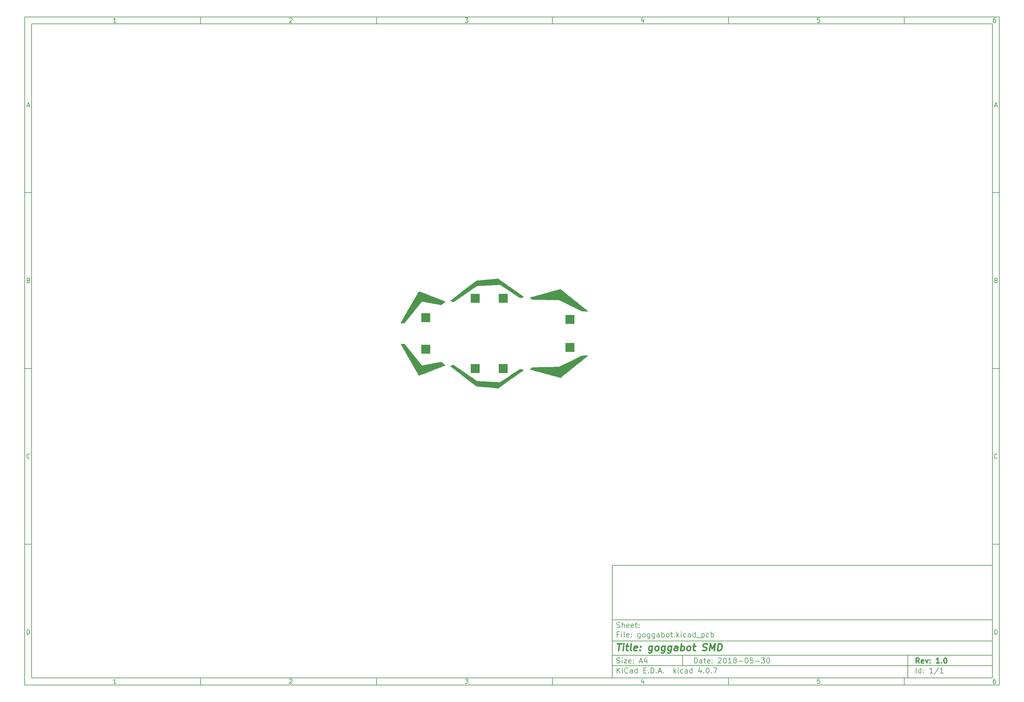
<source format=gbr>
G04 #@! TF.FileFunction,Soldermask,Bot*
%FSLAX46Y46*%
G04 Gerber Fmt 4.6, Leading zero omitted, Abs format (unit mm)*
G04 Created by KiCad (PCBNEW 4.0.7) date 2018 May 30, Wednesday 19:48:18*
%MOMM*%
%LPD*%
G01*
G04 APERTURE LIST*
%ADD10C,0.100000*%
%ADD11C,0.150000*%
%ADD12C,0.300000*%
%ADD13C,0.400000*%
%ADD14C,0.010000*%
%ADD15R,2.635200X2.635200*%
G04 APERTURE END LIST*
D10*
D11*
X177002200Y-166007200D02*
X177002200Y-198007200D01*
X285002200Y-198007200D01*
X285002200Y-166007200D01*
X177002200Y-166007200D01*
D10*
D11*
X10000000Y-10000000D02*
X10000000Y-200007200D01*
X287002200Y-200007200D01*
X287002200Y-10000000D01*
X10000000Y-10000000D01*
D10*
D11*
X12000000Y-12000000D02*
X12000000Y-198007200D01*
X285002200Y-198007200D01*
X285002200Y-12000000D01*
X12000000Y-12000000D01*
D10*
D11*
X60000000Y-12000000D02*
X60000000Y-10000000D01*
D10*
D11*
X110000000Y-12000000D02*
X110000000Y-10000000D01*
D10*
D11*
X160000000Y-12000000D02*
X160000000Y-10000000D01*
D10*
D11*
X210000000Y-12000000D02*
X210000000Y-10000000D01*
D10*
D11*
X260000000Y-12000000D02*
X260000000Y-10000000D01*
D10*
D11*
X35990476Y-11588095D02*
X35247619Y-11588095D01*
X35619048Y-11588095D02*
X35619048Y-10288095D01*
X35495238Y-10473810D01*
X35371429Y-10597619D01*
X35247619Y-10659524D01*
D10*
D11*
X85247619Y-10411905D02*
X85309524Y-10350000D01*
X85433333Y-10288095D01*
X85742857Y-10288095D01*
X85866667Y-10350000D01*
X85928571Y-10411905D01*
X85990476Y-10535714D01*
X85990476Y-10659524D01*
X85928571Y-10845238D01*
X85185714Y-11588095D01*
X85990476Y-11588095D01*
D10*
D11*
X135185714Y-10288095D02*
X135990476Y-10288095D01*
X135557143Y-10783333D01*
X135742857Y-10783333D01*
X135866667Y-10845238D01*
X135928571Y-10907143D01*
X135990476Y-11030952D01*
X135990476Y-11340476D01*
X135928571Y-11464286D01*
X135866667Y-11526190D01*
X135742857Y-11588095D01*
X135371429Y-11588095D01*
X135247619Y-11526190D01*
X135185714Y-11464286D01*
D10*
D11*
X185866667Y-10721429D02*
X185866667Y-11588095D01*
X185557143Y-10226190D02*
X185247619Y-11154762D01*
X186052381Y-11154762D01*
D10*
D11*
X235928571Y-10288095D02*
X235309524Y-10288095D01*
X235247619Y-10907143D01*
X235309524Y-10845238D01*
X235433333Y-10783333D01*
X235742857Y-10783333D01*
X235866667Y-10845238D01*
X235928571Y-10907143D01*
X235990476Y-11030952D01*
X235990476Y-11340476D01*
X235928571Y-11464286D01*
X235866667Y-11526190D01*
X235742857Y-11588095D01*
X235433333Y-11588095D01*
X235309524Y-11526190D01*
X235247619Y-11464286D01*
D10*
D11*
X285866667Y-10288095D02*
X285619048Y-10288095D01*
X285495238Y-10350000D01*
X285433333Y-10411905D01*
X285309524Y-10597619D01*
X285247619Y-10845238D01*
X285247619Y-11340476D01*
X285309524Y-11464286D01*
X285371429Y-11526190D01*
X285495238Y-11588095D01*
X285742857Y-11588095D01*
X285866667Y-11526190D01*
X285928571Y-11464286D01*
X285990476Y-11340476D01*
X285990476Y-11030952D01*
X285928571Y-10907143D01*
X285866667Y-10845238D01*
X285742857Y-10783333D01*
X285495238Y-10783333D01*
X285371429Y-10845238D01*
X285309524Y-10907143D01*
X285247619Y-11030952D01*
D10*
D11*
X60000000Y-198007200D02*
X60000000Y-200007200D01*
D10*
D11*
X110000000Y-198007200D02*
X110000000Y-200007200D01*
D10*
D11*
X160000000Y-198007200D02*
X160000000Y-200007200D01*
D10*
D11*
X210000000Y-198007200D02*
X210000000Y-200007200D01*
D10*
D11*
X260000000Y-198007200D02*
X260000000Y-200007200D01*
D10*
D11*
X35990476Y-199595295D02*
X35247619Y-199595295D01*
X35619048Y-199595295D02*
X35619048Y-198295295D01*
X35495238Y-198481010D01*
X35371429Y-198604819D01*
X35247619Y-198666724D01*
D10*
D11*
X85247619Y-198419105D02*
X85309524Y-198357200D01*
X85433333Y-198295295D01*
X85742857Y-198295295D01*
X85866667Y-198357200D01*
X85928571Y-198419105D01*
X85990476Y-198542914D01*
X85990476Y-198666724D01*
X85928571Y-198852438D01*
X85185714Y-199595295D01*
X85990476Y-199595295D01*
D10*
D11*
X135185714Y-198295295D02*
X135990476Y-198295295D01*
X135557143Y-198790533D01*
X135742857Y-198790533D01*
X135866667Y-198852438D01*
X135928571Y-198914343D01*
X135990476Y-199038152D01*
X135990476Y-199347676D01*
X135928571Y-199471486D01*
X135866667Y-199533390D01*
X135742857Y-199595295D01*
X135371429Y-199595295D01*
X135247619Y-199533390D01*
X135185714Y-199471486D01*
D10*
D11*
X185866667Y-198728629D02*
X185866667Y-199595295D01*
X185557143Y-198233390D02*
X185247619Y-199161962D01*
X186052381Y-199161962D01*
D10*
D11*
X235928571Y-198295295D02*
X235309524Y-198295295D01*
X235247619Y-198914343D01*
X235309524Y-198852438D01*
X235433333Y-198790533D01*
X235742857Y-198790533D01*
X235866667Y-198852438D01*
X235928571Y-198914343D01*
X235990476Y-199038152D01*
X235990476Y-199347676D01*
X235928571Y-199471486D01*
X235866667Y-199533390D01*
X235742857Y-199595295D01*
X235433333Y-199595295D01*
X235309524Y-199533390D01*
X235247619Y-199471486D01*
D10*
D11*
X285866667Y-198295295D02*
X285619048Y-198295295D01*
X285495238Y-198357200D01*
X285433333Y-198419105D01*
X285309524Y-198604819D01*
X285247619Y-198852438D01*
X285247619Y-199347676D01*
X285309524Y-199471486D01*
X285371429Y-199533390D01*
X285495238Y-199595295D01*
X285742857Y-199595295D01*
X285866667Y-199533390D01*
X285928571Y-199471486D01*
X285990476Y-199347676D01*
X285990476Y-199038152D01*
X285928571Y-198914343D01*
X285866667Y-198852438D01*
X285742857Y-198790533D01*
X285495238Y-198790533D01*
X285371429Y-198852438D01*
X285309524Y-198914343D01*
X285247619Y-199038152D01*
D10*
D11*
X10000000Y-60000000D02*
X12000000Y-60000000D01*
D10*
D11*
X10000000Y-110000000D02*
X12000000Y-110000000D01*
D10*
D11*
X10000000Y-160000000D02*
X12000000Y-160000000D01*
D10*
D11*
X10690476Y-35216667D02*
X11309524Y-35216667D01*
X10566667Y-35588095D02*
X11000000Y-34288095D01*
X11433333Y-35588095D01*
D10*
D11*
X11092857Y-84907143D02*
X11278571Y-84969048D01*
X11340476Y-85030952D01*
X11402381Y-85154762D01*
X11402381Y-85340476D01*
X11340476Y-85464286D01*
X11278571Y-85526190D01*
X11154762Y-85588095D01*
X10659524Y-85588095D01*
X10659524Y-84288095D01*
X11092857Y-84288095D01*
X11216667Y-84350000D01*
X11278571Y-84411905D01*
X11340476Y-84535714D01*
X11340476Y-84659524D01*
X11278571Y-84783333D01*
X11216667Y-84845238D01*
X11092857Y-84907143D01*
X10659524Y-84907143D01*
D10*
D11*
X11402381Y-135464286D02*
X11340476Y-135526190D01*
X11154762Y-135588095D01*
X11030952Y-135588095D01*
X10845238Y-135526190D01*
X10721429Y-135402381D01*
X10659524Y-135278571D01*
X10597619Y-135030952D01*
X10597619Y-134845238D01*
X10659524Y-134597619D01*
X10721429Y-134473810D01*
X10845238Y-134350000D01*
X11030952Y-134288095D01*
X11154762Y-134288095D01*
X11340476Y-134350000D01*
X11402381Y-134411905D01*
D10*
D11*
X10659524Y-185588095D02*
X10659524Y-184288095D01*
X10969048Y-184288095D01*
X11154762Y-184350000D01*
X11278571Y-184473810D01*
X11340476Y-184597619D01*
X11402381Y-184845238D01*
X11402381Y-185030952D01*
X11340476Y-185278571D01*
X11278571Y-185402381D01*
X11154762Y-185526190D01*
X10969048Y-185588095D01*
X10659524Y-185588095D01*
D10*
D11*
X287002200Y-60000000D02*
X285002200Y-60000000D01*
D10*
D11*
X287002200Y-110000000D02*
X285002200Y-110000000D01*
D10*
D11*
X287002200Y-160000000D02*
X285002200Y-160000000D01*
D10*
D11*
X285692676Y-35216667D02*
X286311724Y-35216667D01*
X285568867Y-35588095D02*
X286002200Y-34288095D01*
X286435533Y-35588095D01*
D10*
D11*
X286095057Y-84907143D02*
X286280771Y-84969048D01*
X286342676Y-85030952D01*
X286404581Y-85154762D01*
X286404581Y-85340476D01*
X286342676Y-85464286D01*
X286280771Y-85526190D01*
X286156962Y-85588095D01*
X285661724Y-85588095D01*
X285661724Y-84288095D01*
X286095057Y-84288095D01*
X286218867Y-84350000D01*
X286280771Y-84411905D01*
X286342676Y-84535714D01*
X286342676Y-84659524D01*
X286280771Y-84783333D01*
X286218867Y-84845238D01*
X286095057Y-84907143D01*
X285661724Y-84907143D01*
D10*
D11*
X286404581Y-135464286D02*
X286342676Y-135526190D01*
X286156962Y-135588095D01*
X286033152Y-135588095D01*
X285847438Y-135526190D01*
X285723629Y-135402381D01*
X285661724Y-135278571D01*
X285599819Y-135030952D01*
X285599819Y-134845238D01*
X285661724Y-134597619D01*
X285723629Y-134473810D01*
X285847438Y-134350000D01*
X286033152Y-134288095D01*
X286156962Y-134288095D01*
X286342676Y-134350000D01*
X286404581Y-134411905D01*
D10*
D11*
X285661724Y-185588095D02*
X285661724Y-184288095D01*
X285971248Y-184288095D01*
X286156962Y-184350000D01*
X286280771Y-184473810D01*
X286342676Y-184597619D01*
X286404581Y-184845238D01*
X286404581Y-185030952D01*
X286342676Y-185278571D01*
X286280771Y-185402381D01*
X286156962Y-185526190D01*
X285971248Y-185588095D01*
X285661724Y-185588095D01*
D10*
D11*
X200359343Y-193785771D02*
X200359343Y-192285771D01*
X200716486Y-192285771D01*
X200930771Y-192357200D01*
X201073629Y-192500057D01*
X201145057Y-192642914D01*
X201216486Y-192928629D01*
X201216486Y-193142914D01*
X201145057Y-193428629D01*
X201073629Y-193571486D01*
X200930771Y-193714343D01*
X200716486Y-193785771D01*
X200359343Y-193785771D01*
X202502200Y-193785771D02*
X202502200Y-193000057D01*
X202430771Y-192857200D01*
X202287914Y-192785771D01*
X202002200Y-192785771D01*
X201859343Y-192857200D01*
X202502200Y-193714343D02*
X202359343Y-193785771D01*
X202002200Y-193785771D01*
X201859343Y-193714343D01*
X201787914Y-193571486D01*
X201787914Y-193428629D01*
X201859343Y-193285771D01*
X202002200Y-193214343D01*
X202359343Y-193214343D01*
X202502200Y-193142914D01*
X203002200Y-192785771D02*
X203573629Y-192785771D01*
X203216486Y-192285771D02*
X203216486Y-193571486D01*
X203287914Y-193714343D01*
X203430772Y-193785771D01*
X203573629Y-193785771D01*
X204645057Y-193714343D02*
X204502200Y-193785771D01*
X204216486Y-193785771D01*
X204073629Y-193714343D01*
X204002200Y-193571486D01*
X204002200Y-193000057D01*
X204073629Y-192857200D01*
X204216486Y-192785771D01*
X204502200Y-192785771D01*
X204645057Y-192857200D01*
X204716486Y-193000057D01*
X204716486Y-193142914D01*
X204002200Y-193285771D01*
X205359343Y-193642914D02*
X205430771Y-193714343D01*
X205359343Y-193785771D01*
X205287914Y-193714343D01*
X205359343Y-193642914D01*
X205359343Y-193785771D01*
X205359343Y-192857200D02*
X205430771Y-192928629D01*
X205359343Y-193000057D01*
X205287914Y-192928629D01*
X205359343Y-192857200D01*
X205359343Y-193000057D01*
X207145057Y-192428629D02*
X207216486Y-192357200D01*
X207359343Y-192285771D01*
X207716486Y-192285771D01*
X207859343Y-192357200D01*
X207930772Y-192428629D01*
X208002200Y-192571486D01*
X208002200Y-192714343D01*
X207930772Y-192928629D01*
X207073629Y-193785771D01*
X208002200Y-193785771D01*
X208930771Y-192285771D02*
X209073628Y-192285771D01*
X209216485Y-192357200D01*
X209287914Y-192428629D01*
X209359343Y-192571486D01*
X209430771Y-192857200D01*
X209430771Y-193214343D01*
X209359343Y-193500057D01*
X209287914Y-193642914D01*
X209216485Y-193714343D01*
X209073628Y-193785771D01*
X208930771Y-193785771D01*
X208787914Y-193714343D01*
X208716485Y-193642914D01*
X208645057Y-193500057D01*
X208573628Y-193214343D01*
X208573628Y-192857200D01*
X208645057Y-192571486D01*
X208716485Y-192428629D01*
X208787914Y-192357200D01*
X208930771Y-192285771D01*
X210859342Y-193785771D02*
X210002199Y-193785771D01*
X210430771Y-193785771D02*
X210430771Y-192285771D01*
X210287914Y-192500057D01*
X210145056Y-192642914D01*
X210002199Y-192714343D01*
X211716485Y-192928629D02*
X211573627Y-192857200D01*
X211502199Y-192785771D01*
X211430770Y-192642914D01*
X211430770Y-192571486D01*
X211502199Y-192428629D01*
X211573627Y-192357200D01*
X211716485Y-192285771D01*
X212002199Y-192285771D01*
X212145056Y-192357200D01*
X212216485Y-192428629D01*
X212287913Y-192571486D01*
X212287913Y-192642914D01*
X212216485Y-192785771D01*
X212145056Y-192857200D01*
X212002199Y-192928629D01*
X211716485Y-192928629D01*
X211573627Y-193000057D01*
X211502199Y-193071486D01*
X211430770Y-193214343D01*
X211430770Y-193500057D01*
X211502199Y-193642914D01*
X211573627Y-193714343D01*
X211716485Y-193785771D01*
X212002199Y-193785771D01*
X212145056Y-193714343D01*
X212216485Y-193642914D01*
X212287913Y-193500057D01*
X212287913Y-193214343D01*
X212216485Y-193071486D01*
X212145056Y-193000057D01*
X212002199Y-192928629D01*
X212930770Y-193214343D02*
X214073627Y-193214343D01*
X215073627Y-192285771D02*
X215216484Y-192285771D01*
X215359341Y-192357200D01*
X215430770Y-192428629D01*
X215502199Y-192571486D01*
X215573627Y-192857200D01*
X215573627Y-193214343D01*
X215502199Y-193500057D01*
X215430770Y-193642914D01*
X215359341Y-193714343D01*
X215216484Y-193785771D01*
X215073627Y-193785771D01*
X214930770Y-193714343D01*
X214859341Y-193642914D01*
X214787913Y-193500057D01*
X214716484Y-193214343D01*
X214716484Y-192857200D01*
X214787913Y-192571486D01*
X214859341Y-192428629D01*
X214930770Y-192357200D01*
X215073627Y-192285771D01*
X216930770Y-192285771D02*
X216216484Y-192285771D01*
X216145055Y-193000057D01*
X216216484Y-192928629D01*
X216359341Y-192857200D01*
X216716484Y-192857200D01*
X216859341Y-192928629D01*
X216930770Y-193000057D01*
X217002198Y-193142914D01*
X217002198Y-193500057D01*
X216930770Y-193642914D01*
X216859341Y-193714343D01*
X216716484Y-193785771D01*
X216359341Y-193785771D01*
X216216484Y-193714343D01*
X216145055Y-193642914D01*
X217645055Y-193214343D02*
X218787912Y-193214343D01*
X219359341Y-192285771D02*
X220287912Y-192285771D01*
X219787912Y-192857200D01*
X220002198Y-192857200D01*
X220145055Y-192928629D01*
X220216484Y-193000057D01*
X220287912Y-193142914D01*
X220287912Y-193500057D01*
X220216484Y-193642914D01*
X220145055Y-193714343D01*
X220002198Y-193785771D01*
X219573626Y-193785771D01*
X219430769Y-193714343D01*
X219359341Y-193642914D01*
X221216483Y-192285771D02*
X221359340Y-192285771D01*
X221502197Y-192357200D01*
X221573626Y-192428629D01*
X221645055Y-192571486D01*
X221716483Y-192857200D01*
X221716483Y-193214343D01*
X221645055Y-193500057D01*
X221573626Y-193642914D01*
X221502197Y-193714343D01*
X221359340Y-193785771D01*
X221216483Y-193785771D01*
X221073626Y-193714343D01*
X221002197Y-193642914D01*
X220930769Y-193500057D01*
X220859340Y-193214343D01*
X220859340Y-192857200D01*
X220930769Y-192571486D01*
X221002197Y-192428629D01*
X221073626Y-192357200D01*
X221216483Y-192285771D01*
D10*
D11*
X177002200Y-194507200D02*
X285002200Y-194507200D01*
D10*
D11*
X178359343Y-196585771D02*
X178359343Y-195085771D01*
X179216486Y-196585771D02*
X178573629Y-195728629D01*
X179216486Y-195085771D02*
X178359343Y-195942914D01*
X179859343Y-196585771D02*
X179859343Y-195585771D01*
X179859343Y-195085771D02*
X179787914Y-195157200D01*
X179859343Y-195228629D01*
X179930771Y-195157200D01*
X179859343Y-195085771D01*
X179859343Y-195228629D01*
X181430772Y-196442914D02*
X181359343Y-196514343D01*
X181145057Y-196585771D01*
X181002200Y-196585771D01*
X180787915Y-196514343D01*
X180645057Y-196371486D01*
X180573629Y-196228629D01*
X180502200Y-195942914D01*
X180502200Y-195728629D01*
X180573629Y-195442914D01*
X180645057Y-195300057D01*
X180787915Y-195157200D01*
X181002200Y-195085771D01*
X181145057Y-195085771D01*
X181359343Y-195157200D01*
X181430772Y-195228629D01*
X182716486Y-196585771D02*
X182716486Y-195800057D01*
X182645057Y-195657200D01*
X182502200Y-195585771D01*
X182216486Y-195585771D01*
X182073629Y-195657200D01*
X182716486Y-196514343D02*
X182573629Y-196585771D01*
X182216486Y-196585771D01*
X182073629Y-196514343D01*
X182002200Y-196371486D01*
X182002200Y-196228629D01*
X182073629Y-196085771D01*
X182216486Y-196014343D01*
X182573629Y-196014343D01*
X182716486Y-195942914D01*
X184073629Y-196585771D02*
X184073629Y-195085771D01*
X184073629Y-196514343D02*
X183930772Y-196585771D01*
X183645058Y-196585771D01*
X183502200Y-196514343D01*
X183430772Y-196442914D01*
X183359343Y-196300057D01*
X183359343Y-195871486D01*
X183430772Y-195728629D01*
X183502200Y-195657200D01*
X183645058Y-195585771D01*
X183930772Y-195585771D01*
X184073629Y-195657200D01*
X185930772Y-195800057D02*
X186430772Y-195800057D01*
X186645058Y-196585771D02*
X185930772Y-196585771D01*
X185930772Y-195085771D01*
X186645058Y-195085771D01*
X187287915Y-196442914D02*
X187359343Y-196514343D01*
X187287915Y-196585771D01*
X187216486Y-196514343D01*
X187287915Y-196442914D01*
X187287915Y-196585771D01*
X188002201Y-196585771D02*
X188002201Y-195085771D01*
X188359344Y-195085771D01*
X188573629Y-195157200D01*
X188716487Y-195300057D01*
X188787915Y-195442914D01*
X188859344Y-195728629D01*
X188859344Y-195942914D01*
X188787915Y-196228629D01*
X188716487Y-196371486D01*
X188573629Y-196514343D01*
X188359344Y-196585771D01*
X188002201Y-196585771D01*
X189502201Y-196442914D02*
X189573629Y-196514343D01*
X189502201Y-196585771D01*
X189430772Y-196514343D01*
X189502201Y-196442914D01*
X189502201Y-196585771D01*
X190145058Y-196157200D02*
X190859344Y-196157200D01*
X190002201Y-196585771D02*
X190502201Y-195085771D01*
X191002201Y-196585771D01*
X191502201Y-196442914D02*
X191573629Y-196514343D01*
X191502201Y-196585771D01*
X191430772Y-196514343D01*
X191502201Y-196442914D01*
X191502201Y-196585771D01*
X194502201Y-196585771D02*
X194502201Y-195085771D01*
X194645058Y-196014343D02*
X195073629Y-196585771D01*
X195073629Y-195585771D02*
X194502201Y-196157200D01*
X195716487Y-196585771D02*
X195716487Y-195585771D01*
X195716487Y-195085771D02*
X195645058Y-195157200D01*
X195716487Y-195228629D01*
X195787915Y-195157200D01*
X195716487Y-195085771D01*
X195716487Y-195228629D01*
X197073630Y-196514343D02*
X196930773Y-196585771D01*
X196645059Y-196585771D01*
X196502201Y-196514343D01*
X196430773Y-196442914D01*
X196359344Y-196300057D01*
X196359344Y-195871486D01*
X196430773Y-195728629D01*
X196502201Y-195657200D01*
X196645059Y-195585771D01*
X196930773Y-195585771D01*
X197073630Y-195657200D01*
X198359344Y-196585771D02*
X198359344Y-195800057D01*
X198287915Y-195657200D01*
X198145058Y-195585771D01*
X197859344Y-195585771D01*
X197716487Y-195657200D01*
X198359344Y-196514343D02*
X198216487Y-196585771D01*
X197859344Y-196585771D01*
X197716487Y-196514343D01*
X197645058Y-196371486D01*
X197645058Y-196228629D01*
X197716487Y-196085771D01*
X197859344Y-196014343D01*
X198216487Y-196014343D01*
X198359344Y-195942914D01*
X199716487Y-196585771D02*
X199716487Y-195085771D01*
X199716487Y-196514343D02*
X199573630Y-196585771D01*
X199287916Y-196585771D01*
X199145058Y-196514343D01*
X199073630Y-196442914D01*
X199002201Y-196300057D01*
X199002201Y-195871486D01*
X199073630Y-195728629D01*
X199145058Y-195657200D01*
X199287916Y-195585771D01*
X199573630Y-195585771D01*
X199716487Y-195657200D01*
X202216487Y-195585771D02*
X202216487Y-196585771D01*
X201859344Y-195014343D02*
X201502201Y-196085771D01*
X202430773Y-196085771D01*
X203002201Y-196442914D02*
X203073629Y-196514343D01*
X203002201Y-196585771D01*
X202930772Y-196514343D01*
X203002201Y-196442914D01*
X203002201Y-196585771D01*
X204002201Y-195085771D02*
X204145058Y-195085771D01*
X204287915Y-195157200D01*
X204359344Y-195228629D01*
X204430773Y-195371486D01*
X204502201Y-195657200D01*
X204502201Y-196014343D01*
X204430773Y-196300057D01*
X204359344Y-196442914D01*
X204287915Y-196514343D01*
X204145058Y-196585771D01*
X204002201Y-196585771D01*
X203859344Y-196514343D01*
X203787915Y-196442914D01*
X203716487Y-196300057D01*
X203645058Y-196014343D01*
X203645058Y-195657200D01*
X203716487Y-195371486D01*
X203787915Y-195228629D01*
X203859344Y-195157200D01*
X204002201Y-195085771D01*
X205145058Y-196442914D02*
X205216486Y-196514343D01*
X205145058Y-196585771D01*
X205073629Y-196514343D01*
X205145058Y-196442914D01*
X205145058Y-196585771D01*
X205716487Y-195085771D02*
X206716487Y-195085771D01*
X206073630Y-196585771D01*
D10*
D11*
X177002200Y-191507200D02*
X285002200Y-191507200D01*
D10*
D12*
X264216486Y-193785771D02*
X263716486Y-193071486D01*
X263359343Y-193785771D02*
X263359343Y-192285771D01*
X263930771Y-192285771D01*
X264073629Y-192357200D01*
X264145057Y-192428629D01*
X264216486Y-192571486D01*
X264216486Y-192785771D01*
X264145057Y-192928629D01*
X264073629Y-193000057D01*
X263930771Y-193071486D01*
X263359343Y-193071486D01*
X265430771Y-193714343D02*
X265287914Y-193785771D01*
X265002200Y-193785771D01*
X264859343Y-193714343D01*
X264787914Y-193571486D01*
X264787914Y-193000057D01*
X264859343Y-192857200D01*
X265002200Y-192785771D01*
X265287914Y-192785771D01*
X265430771Y-192857200D01*
X265502200Y-193000057D01*
X265502200Y-193142914D01*
X264787914Y-193285771D01*
X266002200Y-192785771D02*
X266359343Y-193785771D01*
X266716485Y-192785771D01*
X267287914Y-193642914D02*
X267359342Y-193714343D01*
X267287914Y-193785771D01*
X267216485Y-193714343D01*
X267287914Y-193642914D01*
X267287914Y-193785771D01*
X267287914Y-192857200D02*
X267359342Y-192928629D01*
X267287914Y-193000057D01*
X267216485Y-192928629D01*
X267287914Y-192857200D01*
X267287914Y-193000057D01*
X269930771Y-193785771D02*
X269073628Y-193785771D01*
X269502200Y-193785771D02*
X269502200Y-192285771D01*
X269359343Y-192500057D01*
X269216485Y-192642914D01*
X269073628Y-192714343D01*
X270573628Y-193642914D02*
X270645056Y-193714343D01*
X270573628Y-193785771D01*
X270502199Y-193714343D01*
X270573628Y-193642914D01*
X270573628Y-193785771D01*
X271573628Y-192285771D02*
X271716485Y-192285771D01*
X271859342Y-192357200D01*
X271930771Y-192428629D01*
X272002200Y-192571486D01*
X272073628Y-192857200D01*
X272073628Y-193214343D01*
X272002200Y-193500057D01*
X271930771Y-193642914D01*
X271859342Y-193714343D01*
X271716485Y-193785771D01*
X271573628Y-193785771D01*
X271430771Y-193714343D01*
X271359342Y-193642914D01*
X271287914Y-193500057D01*
X271216485Y-193214343D01*
X271216485Y-192857200D01*
X271287914Y-192571486D01*
X271359342Y-192428629D01*
X271430771Y-192357200D01*
X271573628Y-192285771D01*
D10*
D11*
X178287914Y-193714343D02*
X178502200Y-193785771D01*
X178859343Y-193785771D01*
X179002200Y-193714343D01*
X179073629Y-193642914D01*
X179145057Y-193500057D01*
X179145057Y-193357200D01*
X179073629Y-193214343D01*
X179002200Y-193142914D01*
X178859343Y-193071486D01*
X178573629Y-193000057D01*
X178430771Y-192928629D01*
X178359343Y-192857200D01*
X178287914Y-192714343D01*
X178287914Y-192571486D01*
X178359343Y-192428629D01*
X178430771Y-192357200D01*
X178573629Y-192285771D01*
X178930771Y-192285771D01*
X179145057Y-192357200D01*
X179787914Y-193785771D02*
X179787914Y-192785771D01*
X179787914Y-192285771D02*
X179716485Y-192357200D01*
X179787914Y-192428629D01*
X179859342Y-192357200D01*
X179787914Y-192285771D01*
X179787914Y-192428629D01*
X180359343Y-192785771D02*
X181145057Y-192785771D01*
X180359343Y-193785771D01*
X181145057Y-193785771D01*
X182287914Y-193714343D02*
X182145057Y-193785771D01*
X181859343Y-193785771D01*
X181716486Y-193714343D01*
X181645057Y-193571486D01*
X181645057Y-193000057D01*
X181716486Y-192857200D01*
X181859343Y-192785771D01*
X182145057Y-192785771D01*
X182287914Y-192857200D01*
X182359343Y-193000057D01*
X182359343Y-193142914D01*
X181645057Y-193285771D01*
X183002200Y-193642914D02*
X183073628Y-193714343D01*
X183002200Y-193785771D01*
X182930771Y-193714343D01*
X183002200Y-193642914D01*
X183002200Y-193785771D01*
X183002200Y-192857200D02*
X183073628Y-192928629D01*
X183002200Y-193000057D01*
X182930771Y-192928629D01*
X183002200Y-192857200D01*
X183002200Y-193000057D01*
X184787914Y-193357200D02*
X185502200Y-193357200D01*
X184645057Y-193785771D02*
X185145057Y-192285771D01*
X185645057Y-193785771D01*
X186787914Y-192785771D02*
X186787914Y-193785771D01*
X186430771Y-192214343D02*
X186073628Y-193285771D01*
X187002200Y-193285771D01*
D10*
D11*
X263359343Y-196585771D02*
X263359343Y-195085771D01*
X264716486Y-196585771D02*
X264716486Y-195085771D01*
X264716486Y-196514343D02*
X264573629Y-196585771D01*
X264287915Y-196585771D01*
X264145057Y-196514343D01*
X264073629Y-196442914D01*
X264002200Y-196300057D01*
X264002200Y-195871486D01*
X264073629Y-195728629D01*
X264145057Y-195657200D01*
X264287915Y-195585771D01*
X264573629Y-195585771D01*
X264716486Y-195657200D01*
X265430772Y-196442914D02*
X265502200Y-196514343D01*
X265430772Y-196585771D01*
X265359343Y-196514343D01*
X265430772Y-196442914D01*
X265430772Y-196585771D01*
X265430772Y-195657200D02*
X265502200Y-195728629D01*
X265430772Y-195800057D01*
X265359343Y-195728629D01*
X265430772Y-195657200D01*
X265430772Y-195800057D01*
X268073629Y-196585771D02*
X267216486Y-196585771D01*
X267645058Y-196585771D02*
X267645058Y-195085771D01*
X267502201Y-195300057D01*
X267359343Y-195442914D01*
X267216486Y-195514343D01*
X269787914Y-195014343D02*
X268502200Y-196942914D01*
X271073629Y-196585771D02*
X270216486Y-196585771D01*
X270645058Y-196585771D02*
X270645058Y-195085771D01*
X270502201Y-195300057D01*
X270359343Y-195442914D01*
X270216486Y-195514343D01*
D10*
D11*
X177002200Y-187507200D02*
X285002200Y-187507200D01*
D10*
D13*
X178454581Y-188211962D02*
X179597438Y-188211962D01*
X178776010Y-190211962D02*
X179026010Y-188211962D01*
X180014105Y-190211962D02*
X180180771Y-188878629D01*
X180264105Y-188211962D02*
X180156962Y-188307200D01*
X180240295Y-188402438D01*
X180347439Y-188307200D01*
X180264105Y-188211962D01*
X180240295Y-188402438D01*
X180847438Y-188878629D02*
X181609343Y-188878629D01*
X181216486Y-188211962D02*
X181002200Y-189926248D01*
X181073630Y-190116724D01*
X181252201Y-190211962D01*
X181442677Y-190211962D01*
X182395058Y-190211962D02*
X182216487Y-190116724D01*
X182145057Y-189926248D01*
X182359343Y-188211962D01*
X183930772Y-190116724D02*
X183728391Y-190211962D01*
X183347439Y-190211962D01*
X183168867Y-190116724D01*
X183097438Y-189926248D01*
X183192676Y-189164343D01*
X183311724Y-188973867D01*
X183514105Y-188878629D01*
X183895057Y-188878629D01*
X184073629Y-188973867D01*
X184145057Y-189164343D01*
X184121248Y-189354819D01*
X183145057Y-189545295D01*
X184895057Y-190021486D02*
X184978392Y-190116724D01*
X184871248Y-190211962D01*
X184787915Y-190116724D01*
X184895057Y-190021486D01*
X184871248Y-190211962D01*
X185026010Y-188973867D02*
X185109344Y-189069105D01*
X185002200Y-189164343D01*
X184918867Y-189069105D01*
X185026010Y-188973867D01*
X185002200Y-189164343D01*
X188371248Y-188878629D02*
X188168867Y-190497676D01*
X188049820Y-190688152D01*
X187942677Y-190783390D01*
X187740296Y-190878629D01*
X187454582Y-190878629D01*
X187276010Y-190783390D01*
X188216487Y-190116724D02*
X188014106Y-190211962D01*
X187633154Y-190211962D01*
X187454583Y-190116724D01*
X187371248Y-190021486D01*
X187299820Y-189831010D01*
X187371248Y-189259581D01*
X187490296Y-189069105D01*
X187597440Y-188973867D01*
X187799820Y-188878629D01*
X188180772Y-188878629D01*
X188359344Y-188973867D01*
X189442678Y-190211962D02*
X189264107Y-190116724D01*
X189180772Y-190021486D01*
X189109344Y-189831010D01*
X189180772Y-189259581D01*
X189299820Y-189069105D01*
X189406964Y-188973867D01*
X189609344Y-188878629D01*
X189895058Y-188878629D01*
X190073630Y-188973867D01*
X190156963Y-189069105D01*
X190228391Y-189259581D01*
X190156963Y-189831010D01*
X190037915Y-190021486D01*
X189930773Y-190116724D01*
X189728392Y-190211962D01*
X189442678Y-190211962D01*
X191990296Y-188878629D02*
X191787915Y-190497676D01*
X191668868Y-190688152D01*
X191561725Y-190783390D01*
X191359344Y-190878629D01*
X191073630Y-190878629D01*
X190895058Y-190783390D01*
X191835535Y-190116724D02*
X191633154Y-190211962D01*
X191252202Y-190211962D01*
X191073631Y-190116724D01*
X190990296Y-190021486D01*
X190918868Y-189831010D01*
X190990296Y-189259581D01*
X191109344Y-189069105D01*
X191216488Y-188973867D01*
X191418868Y-188878629D01*
X191799820Y-188878629D01*
X191978392Y-188973867D01*
X193799820Y-188878629D02*
X193597439Y-190497676D01*
X193478392Y-190688152D01*
X193371249Y-190783390D01*
X193168868Y-190878629D01*
X192883154Y-190878629D01*
X192704582Y-190783390D01*
X193645059Y-190116724D02*
X193442678Y-190211962D01*
X193061726Y-190211962D01*
X192883155Y-190116724D01*
X192799820Y-190021486D01*
X192728392Y-189831010D01*
X192799820Y-189259581D01*
X192918868Y-189069105D01*
X193026012Y-188973867D01*
X193228392Y-188878629D01*
X193609344Y-188878629D01*
X193787916Y-188973867D01*
X195442678Y-190211962D02*
X195573630Y-189164343D01*
X195502202Y-188973867D01*
X195323630Y-188878629D01*
X194942678Y-188878629D01*
X194740297Y-188973867D01*
X195454583Y-190116724D02*
X195252202Y-190211962D01*
X194776012Y-190211962D01*
X194597440Y-190116724D01*
X194526011Y-189926248D01*
X194549821Y-189735771D01*
X194668868Y-189545295D01*
X194871250Y-189450057D01*
X195347440Y-189450057D01*
X195549821Y-189354819D01*
X196395059Y-190211962D02*
X196645059Y-188211962D01*
X196549821Y-188973867D02*
X196752202Y-188878629D01*
X197133154Y-188878629D01*
X197311726Y-188973867D01*
X197395059Y-189069105D01*
X197466487Y-189259581D01*
X197395059Y-189831010D01*
X197276011Y-190021486D01*
X197168869Y-190116724D01*
X196966488Y-190211962D01*
X196585536Y-190211962D01*
X196406964Y-190116724D01*
X198490298Y-190211962D02*
X198311727Y-190116724D01*
X198228392Y-190021486D01*
X198156964Y-189831010D01*
X198228392Y-189259581D01*
X198347440Y-189069105D01*
X198454584Y-188973867D01*
X198656964Y-188878629D01*
X198942678Y-188878629D01*
X199121250Y-188973867D01*
X199204583Y-189069105D01*
X199276011Y-189259581D01*
X199204583Y-189831010D01*
X199085535Y-190021486D01*
X198978393Y-190116724D01*
X198776012Y-190211962D01*
X198490298Y-190211962D01*
X199895059Y-188878629D02*
X200656964Y-188878629D01*
X200264107Y-188211962D02*
X200049821Y-189926248D01*
X200121251Y-190116724D01*
X200299822Y-190211962D01*
X200490298Y-190211962D01*
X202597441Y-190116724D02*
X202871251Y-190211962D01*
X203347441Y-190211962D01*
X203549822Y-190116724D01*
X203656964Y-190021486D01*
X203776013Y-189831010D01*
X203799822Y-189640533D01*
X203728393Y-189450057D01*
X203645060Y-189354819D01*
X203466488Y-189259581D01*
X203097441Y-189164343D01*
X202918870Y-189069105D01*
X202835536Y-188973867D01*
X202764107Y-188783390D01*
X202787917Y-188592914D01*
X202906964Y-188402438D01*
X203014108Y-188307200D01*
X203216489Y-188211962D01*
X203692679Y-188211962D01*
X203966489Y-188307200D01*
X204585536Y-190211962D02*
X204835536Y-188211962D01*
X205323631Y-189640533D01*
X206168870Y-188211962D01*
X205918870Y-190211962D01*
X206871250Y-190211962D02*
X207121250Y-188211962D01*
X207597441Y-188211962D01*
X207871250Y-188307200D01*
X208037917Y-188497676D01*
X208109346Y-188688152D01*
X208156965Y-189069105D01*
X208121251Y-189354819D01*
X207978394Y-189735771D01*
X207859345Y-189926248D01*
X207645060Y-190116724D01*
X207347441Y-190211962D01*
X206871250Y-190211962D01*
D10*
D11*
X178859343Y-185600057D02*
X178359343Y-185600057D01*
X178359343Y-186385771D02*
X178359343Y-184885771D01*
X179073629Y-184885771D01*
X179645057Y-186385771D02*
X179645057Y-185385771D01*
X179645057Y-184885771D02*
X179573628Y-184957200D01*
X179645057Y-185028629D01*
X179716485Y-184957200D01*
X179645057Y-184885771D01*
X179645057Y-185028629D01*
X180573629Y-186385771D02*
X180430771Y-186314343D01*
X180359343Y-186171486D01*
X180359343Y-184885771D01*
X181716485Y-186314343D02*
X181573628Y-186385771D01*
X181287914Y-186385771D01*
X181145057Y-186314343D01*
X181073628Y-186171486D01*
X181073628Y-185600057D01*
X181145057Y-185457200D01*
X181287914Y-185385771D01*
X181573628Y-185385771D01*
X181716485Y-185457200D01*
X181787914Y-185600057D01*
X181787914Y-185742914D01*
X181073628Y-185885771D01*
X182430771Y-186242914D02*
X182502199Y-186314343D01*
X182430771Y-186385771D01*
X182359342Y-186314343D01*
X182430771Y-186242914D01*
X182430771Y-186385771D01*
X182430771Y-185457200D02*
X182502199Y-185528629D01*
X182430771Y-185600057D01*
X182359342Y-185528629D01*
X182430771Y-185457200D01*
X182430771Y-185600057D01*
X184930771Y-185385771D02*
X184930771Y-186600057D01*
X184859342Y-186742914D01*
X184787914Y-186814343D01*
X184645057Y-186885771D01*
X184430771Y-186885771D01*
X184287914Y-186814343D01*
X184930771Y-186314343D02*
X184787914Y-186385771D01*
X184502200Y-186385771D01*
X184359342Y-186314343D01*
X184287914Y-186242914D01*
X184216485Y-186100057D01*
X184216485Y-185671486D01*
X184287914Y-185528629D01*
X184359342Y-185457200D01*
X184502200Y-185385771D01*
X184787914Y-185385771D01*
X184930771Y-185457200D01*
X185859343Y-186385771D02*
X185716485Y-186314343D01*
X185645057Y-186242914D01*
X185573628Y-186100057D01*
X185573628Y-185671486D01*
X185645057Y-185528629D01*
X185716485Y-185457200D01*
X185859343Y-185385771D01*
X186073628Y-185385771D01*
X186216485Y-185457200D01*
X186287914Y-185528629D01*
X186359343Y-185671486D01*
X186359343Y-186100057D01*
X186287914Y-186242914D01*
X186216485Y-186314343D01*
X186073628Y-186385771D01*
X185859343Y-186385771D01*
X187645057Y-185385771D02*
X187645057Y-186600057D01*
X187573628Y-186742914D01*
X187502200Y-186814343D01*
X187359343Y-186885771D01*
X187145057Y-186885771D01*
X187002200Y-186814343D01*
X187645057Y-186314343D02*
X187502200Y-186385771D01*
X187216486Y-186385771D01*
X187073628Y-186314343D01*
X187002200Y-186242914D01*
X186930771Y-186100057D01*
X186930771Y-185671486D01*
X187002200Y-185528629D01*
X187073628Y-185457200D01*
X187216486Y-185385771D01*
X187502200Y-185385771D01*
X187645057Y-185457200D01*
X189002200Y-185385771D02*
X189002200Y-186600057D01*
X188930771Y-186742914D01*
X188859343Y-186814343D01*
X188716486Y-186885771D01*
X188502200Y-186885771D01*
X188359343Y-186814343D01*
X189002200Y-186314343D02*
X188859343Y-186385771D01*
X188573629Y-186385771D01*
X188430771Y-186314343D01*
X188359343Y-186242914D01*
X188287914Y-186100057D01*
X188287914Y-185671486D01*
X188359343Y-185528629D01*
X188430771Y-185457200D01*
X188573629Y-185385771D01*
X188859343Y-185385771D01*
X189002200Y-185457200D01*
X190359343Y-186385771D02*
X190359343Y-185600057D01*
X190287914Y-185457200D01*
X190145057Y-185385771D01*
X189859343Y-185385771D01*
X189716486Y-185457200D01*
X190359343Y-186314343D02*
X190216486Y-186385771D01*
X189859343Y-186385771D01*
X189716486Y-186314343D01*
X189645057Y-186171486D01*
X189645057Y-186028629D01*
X189716486Y-185885771D01*
X189859343Y-185814343D01*
X190216486Y-185814343D01*
X190359343Y-185742914D01*
X191073629Y-186385771D02*
X191073629Y-184885771D01*
X191073629Y-185457200D02*
X191216486Y-185385771D01*
X191502200Y-185385771D01*
X191645057Y-185457200D01*
X191716486Y-185528629D01*
X191787915Y-185671486D01*
X191787915Y-186100057D01*
X191716486Y-186242914D01*
X191645057Y-186314343D01*
X191502200Y-186385771D01*
X191216486Y-186385771D01*
X191073629Y-186314343D01*
X192645058Y-186385771D02*
X192502200Y-186314343D01*
X192430772Y-186242914D01*
X192359343Y-186100057D01*
X192359343Y-185671486D01*
X192430772Y-185528629D01*
X192502200Y-185457200D01*
X192645058Y-185385771D01*
X192859343Y-185385771D01*
X193002200Y-185457200D01*
X193073629Y-185528629D01*
X193145058Y-185671486D01*
X193145058Y-186100057D01*
X193073629Y-186242914D01*
X193002200Y-186314343D01*
X192859343Y-186385771D01*
X192645058Y-186385771D01*
X193573629Y-185385771D02*
X194145058Y-185385771D01*
X193787915Y-184885771D02*
X193787915Y-186171486D01*
X193859343Y-186314343D01*
X194002201Y-186385771D01*
X194145058Y-186385771D01*
X194645058Y-186242914D02*
X194716486Y-186314343D01*
X194645058Y-186385771D01*
X194573629Y-186314343D01*
X194645058Y-186242914D01*
X194645058Y-186385771D01*
X195359344Y-186385771D02*
X195359344Y-184885771D01*
X195502201Y-185814343D02*
X195930772Y-186385771D01*
X195930772Y-185385771D02*
X195359344Y-185957200D01*
X196573630Y-186385771D02*
X196573630Y-185385771D01*
X196573630Y-184885771D02*
X196502201Y-184957200D01*
X196573630Y-185028629D01*
X196645058Y-184957200D01*
X196573630Y-184885771D01*
X196573630Y-185028629D01*
X197930773Y-186314343D02*
X197787916Y-186385771D01*
X197502202Y-186385771D01*
X197359344Y-186314343D01*
X197287916Y-186242914D01*
X197216487Y-186100057D01*
X197216487Y-185671486D01*
X197287916Y-185528629D01*
X197359344Y-185457200D01*
X197502202Y-185385771D01*
X197787916Y-185385771D01*
X197930773Y-185457200D01*
X199216487Y-186385771D02*
X199216487Y-185600057D01*
X199145058Y-185457200D01*
X199002201Y-185385771D01*
X198716487Y-185385771D01*
X198573630Y-185457200D01*
X199216487Y-186314343D02*
X199073630Y-186385771D01*
X198716487Y-186385771D01*
X198573630Y-186314343D01*
X198502201Y-186171486D01*
X198502201Y-186028629D01*
X198573630Y-185885771D01*
X198716487Y-185814343D01*
X199073630Y-185814343D01*
X199216487Y-185742914D01*
X200573630Y-186385771D02*
X200573630Y-184885771D01*
X200573630Y-186314343D02*
X200430773Y-186385771D01*
X200145059Y-186385771D01*
X200002201Y-186314343D01*
X199930773Y-186242914D01*
X199859344Y-186100057D01*
X199859344Y-185671486D01*
X199930773Y-185528629D01*
X200002201Y-185457200D01*
X200145059Y-185385771D01*
X200430773Y-185385771D01*
X200573630Y-185457200D01*
X200930773Y-186528629D02*
X202073630Y-186528629D01*
X202430773Y-185385771D02*
X202430773Y-186885771D01*
X202430773Y-185457200D02*
X202573630Y-185385771D01*
X202859344Y-185385771D01*
X203002201Y-185457200D01*
X203073630Y-185528629D01*
X203145059Y-185671486D01*
X203145059Y-186100057D01*
X203073630Y-186242914D01*
X203002201Y-186314343D01*
X202859344Y-186385771D01*
X202573630Y-186385771D01*
X202430773Y-186314343D01*
X204430773Y-186314343D02*
X204287916Y-186385771D01*
X204002202Y-186385771D01*
X203859344Y-186314343D01*
X203787916Y-186242914D01*
X203716487Y-186100057D01*
X203716487Y-185671486D01*
X203787916Y-185528629D01*
X203859344Y-185457200D01*
X204002202Y-185385771D01*
X204287916Y-185385771D01*
X204430773Y-185457200D01*
X205073630Y-186385771D02*
X205073630Y-184885771D01*
X205073630Y-185457200D02*
X205216487Y-185385771D01*
X205502201Y-185385771D01*
X205645058Y-185457200D01*
X205716487Y-185528629D01*
X205787916Y-185671486D01*
X205787916Y-186100057D01*
X205716487Y-186242914D01*
X205645058Y-186314343D01*
X205502201Y-186385771D01*
X205216487Y-186385771D01*
X205073630Y-186314343D01*
D10*
D11*
X177002200Y-181507200D02*
X285002200Y-181507200D01*
D10*
D11*
X178287914Y-183614343D02*
X178502200Y-183685771D01*
X178859343Y-183685771D01*
X179002200Y-183614343D01*
X179073629Y-183542914D01*
X179145057Y-183400057D01*
X179145057Y-183257200D01*
X179073629Y-183114343D01*
X179002200Y-183042914D01*
X178859343Y-182971486D01*
X178573629Y-182900057D01*
X178430771Y-182828629D01*
X178359343Y-182757200D01*
X178287914Y-182614343D01*
X178287914Y-182471486D01*
X178359343Y-182328629D01*
X178430771Y-182257200D01*
X178573629Y-182185771D01*
X178930771Y-182185771D01*
X179145057Y-182257200D01*
X179787914Y-183685771D02*
X179787914Y-182185771D01*
X180430771Y-183685771D02*
X180430771Y-182900057D01*
X180359342Y-182757200D01*
X180216485Y-182685771D01*
X180002200Y-182685771D01*
X179859342Y-182757200D01*
X179787914Y-182828629D01*
X181716485Y-183614343D02*
X181573628Y-183685771D01*
X181287914Y-183685771D01*
X181145057Y-183614343D01*
X181073628Y-183471486D01*
X181073628Y-182900057D01*
X181145057Y-182757200D01*
X181287914Y-182685771D01*
X181573628Y-182685771D01*
X181716485Y-182757200D01*
X181787914Y-182900057D01*
X181787914Y-183042914D01*
X181073628Y-183185771D01*
X183002199Y-183614343D02*
X182859342Y-183685771D01*
X182573628Y-183685771D01*
X182430771Y-183614343D01*
X182359342Y-183471486D01*
X182359342Y-182900057D01*
X182430771Y-182757200D01*
X182573628Y-182685771D01*
X182859342Y-182685771D01*
X183002199Y-182757200D01*
X183073628Y-182900057D01*
X183073628Y-183042914D01*
X182359342Y-183185771D01*
X183502199Y-182685771D02*
X184073628Y-182685771D01*
X183716485Y-182185771D02*
X183716485Y-183471486D01*
X183787913Y-183614343D01*
X183930771Y-183685771D01*
X184073628Y-183685771D01*
X184573628Y-183542914D02*
X184645056Y-183614343D01*
X184573628Y-183685771D01*
X184502199Y-183614343D01*
X184573628Y-183542914D01*
X184573628Y-183685771D01*
X184573628Y-182757200D02*
X184645056Y-182828629D01*
X184573628Y-182900057D01*
X184502199Y-182828629D01*
X184573628Y-182757200D01*
X184573628Y-182900057D01*
D10*
D11*
X197002200Y-191507200D02*
X197002200Y-194507200D01*
D10*
D11*
X261002200Y-191507200D02*
X261002200Y-198007200D01*
D14*
G36*
X131893489Y-91019527D02*
X131960678Y-90974236D01*
X132066984Y-90901877D01*
X132209974Y-90804124D01*
X132387216Y-90682649D01*
X132596279Y-90539126D01*
X132834728Y-90375227D01*
X133100132Y-90192626D01*
X133390057Y-89992995D01*
X133702072Y-89778008D01*
X134033745Y-89549338D01*
X134382641Y-89308657D01*
X134746330Y-89057640D01*
X135122378Y-88797958D01*
X135216058Y-88733246D01*
X135662025Y-88425174D01*
X136066151Y-88146065D01*
X136430590Y-87894488D01*
X136757497Y-87669013D01*
X137049027Y-87468209D01*
X137307334Y-87290645D01*
X137534572Y-87134891D01*
X137732897Y-86999516D01*
X137904463Y-86883090D01*
X138051425Y-86784180D01*
X138175938Y-86701358D01*
X138280156Y-86633193D01*
X138366233Y-86578252D01*
X138436325Y-86535107D01*
X138492586Y-86502327D01*
X138537171Y-86478480D01*
X138572235Y-86462136D01*
X138599931Y-86451864D01*
X138622415Y-86446234D01*
X138641842Y-86443815D01*
X138660366Y-86443176D01*
X138665110Y-86443127D01*
X138709132Y-86441532D01*
X138803052Y-86437209D01*
X138943375Y-86430340D01*
X139126605Y-86421109D01*
X139349247Y-86409698D01*
X139607804Y-86396289D01*
X139898780Y-86381065D01*
X140218680Y-86364209D01*
X140564008Y-86345903D01*
X140931269Y-86326329D01*
X141316966Y-86305670D01*
X141717603Y-86284109D01*
X141929158Y-86272684D01*
X145057368Y-86103534D01*
X147922587Y-88010590D01*
X150787805Y-89917646D01*
X151271376Y-89756193D01*
X151421841Y-89705063D01*
X151553165Y-89658732D01*
X151657554Y-89620089D01*
X151727214Y-89592025D01*
X151754352Y-89577432D01*
X151754459Y-89577002D01*
X151732979Y-89558895D01*
X151670557Y-89511960D01*
X151569969Y-89438165D01*
X151433987Y-89339476D01*
X151265389Y-89217859D01*
X151066947Y-89075281D01*
X150841438Y-88913709D01*
X150591635Y-88735109D01*
X150320314Y-88541448D01*
X150030250Y-88334692D01*
X149724217Y-88116809D01*
X149404990Y-87889764D01*
X149075344Y-87655525D01*
X148738054Y-87416057D01*
X148395894Y-87173329D01*
X148051640Y-86929305D01*
X147708066Y-86685953D01*
X147367948Y-86445240D01*
X147034059Y-86209131D01*
X146709175Y-85979594D01*
X146396070Y-85758596D01*
X146097519Y-85548102D01*
X145816298Y-85350080D01*
X145555181Y-85166496D01*
X145316942Y-84999317D01*
X145104357Y-84850509D01*
X144920201Y-84722039D01*
X144767247Y-84615874D01*
X144648272Y-84533980D01*
X144566050Y-84478323D01*
X144523355Y-84450871D01*
X144517959Y-84448228D01*
X144485387Y-84450053D01*
X144402985Y-84456475D01*
X144274171Y-84467191D01*
X144102364Y-84481898D01*
X143890983Y-84500295D01*
X143643445Y-84522078D01*
X143363171Y-84546945D01*
X143053577Y-84574593D01*
X142718084Y-84604720D01*
X142360109Y-84637023D01*
X141983071Y-84671199D01*
X141590388Y-84706947D01*
X141447894Y-84719955D01*
X141050232Y-84756434D01*
X140666860Y-84791891D01*
X140301212Y-84825992D01*
X139956721Y-84858405D01*
X139636820Y-84888798D01*
X139344944Y-84916837D01*
X139084524Y-84942191D01*
X138858995Y-84964525D01*
X138671791Y-84983509D01*
X138526343Y-84998808D01*
X138426087Y-85010090D01*
X138374454Y-85017023D01*
X138368509Y-85018359D01*
X138339634Y-85037496D01*
X138271588Y-85087081D01*
X138166984Y-85165096D01*
X138028434Y-85269522D01*
X137858553Y-85398344D01*
X137659952Y-85549542D01*
X137435245Y-85721099D01*
X137187046Y-85910998D01*
X136917967Y-86117220D01*
X136630622Y-86337749D01*
X136327624Y-86570566D01*
X136011586Y-86813654D01*
X135685120Y-87064995D01*
X135350842Y-87322571D01*
X135011362Y-87584365D01*
X134669295Y-87848359D01*
X134327254Y-88112536D01*
X133987851Y-88374877D01*
X133653701Y-88633365D01*
X133327416Y-88885983D01*
X133011609Y-89130712D01*
X132708894Y-89365535D01*
X132421884Y-89588434D01*
X132153191Y-89797393D01*
X131905429Y-89990392D01*
X131681211Y-90165414D01*
X131483151Y-90320442D01*
X131313861Y-90453458D01*
X131175955Y-90562444D01*
X131072045Y-90645382D01*
X131004745Y-90700256D01*
X130976669Y-90725046D01*
X130976023Y-90726271D01*
X131011136Y-90745234D01*
X131085615Y-90776321D01*
X131189212Y-90815970D01*
X131311675Y-90860622D01*
X131442755Y-90906716D01*
X131572203Y-90950692D01*
X131689769Y-90988988D01*
X131785204Y-91018044D01*
X131848256Y-91034299D01*
X131867851Y-91036078D01*
X131893489Y-91019527D01*
X131893489Y-91019527D01*
G37*
X131893489Y-91019527D02*
X131960678Y-90974236D01*
X132066984Y-90901877D01*
X132209974Y-90804124D01*
X132387216Y-90682649D01*
X132596279Y-90539126D01*
X132834728Y-90375227D01*
X133100132Y-90192626D01*
X133390057Y-89992995D01*
X133702072Y-89778008D01*
X134033745Y-89549338D01*
X134382641Y-89308657D01*
X134746330Y-89057640D01*
X135122378Y-88797958D01*
X135216058Y-88733246D01*
X135662025Y-88425174D01*
X136066151Y-88146065D01*
X136430590Y-87894488D01*
X136757497Y-87669013D01*
X137049027Y-87468209D01*
X137307334Y-87290645D01*
X137534572Y-87134891D01*
X137732897Y-86999516D01*
X137904463Y-86883090D01*
X138051425Y-86784180D01*
X138175938Y-86701358D01*
X138280156Y-86633193D01*
X138366233Y-86578252D01*
X138436325Y-86535107D01*
X138492586Y-86502327D01*
X138537171Y-86478480D01*
X138572235Y-86462136D01*
X138599931Y-86451864D01*
X138622415Y-86446234D01*
X138641842Y-86443815D01*
X138660366Y-86443176D01*
X138665110Y-86443127D01*
X138709132Y-86441532D01*
X138803052Y-86437209D01*
X138943375Y-86430340D01*
X139126605Y-86421109D01*
X139349247Y-86409698D01*
X139607804Y-86396289D01*
X139898780Y-86381065D01*
X140218680Y-86364209D01*
X140564008Y-86345903D01*
X140931269Y-86326329D01*
X141316966Y-86305670D01*
X141717603Y-86284109D01*
X141929158Y-86272684D01*
X145057368Y-86103534D01*
X147922587Y-88010590D01*
X150787805Y-89917646D01*
X151271376Y-89756193D01*
X151421841Y-89705063D01*
X151553165Y-89658732D01*
X151657554Y-89620089D01*
X151727214Y-89592025D01*
X151754352Y-89577432D01*
X151754459Y-89577002D01*
X151732979Y-89558895D01*
X151670557Y-89511960D01*
X151569969Y-89438165D01*
X151433987Y-89339476D01*
X151265389Y-89217859D01*
X151066947Y-89075281D01*
X150841438Y-88913709D01*
X150591635Y-88735109D01*
X150320314Y-88541448D01*
X150030250Y-88334692D01*
X149724217Y-88116809D01*
X149404990Y-87889764D01*
X149075344Y-87655525D01*
X148738054Y-87416057D01*
X148395894Y-87173329D01*
X148051640Y-86929305D01*
X147708066Y-86685953D01*
X147367948Y-86445240D01*
X147034059Y-86209131D01*
X146709175Y-85979594D01*
X146396070Y-85758596D01*
X146097519Y-85548102D01*
X145816298Y-85350080D01*
X145555181Y-85166496D01*
X145316942Y-84999317D01*
X145104357Y-84850509D01*
X144920201Y-84722039D01*
X144767247Y-84615874D01*
X144648272Y-84533980D01*
X144566050Y-84478323D01*
X144523355Y-84450871D01*
X144517959Y-84448228D01*
X144485387Y-84450053D01*
X144402985Y-84456475D01*
X144274171Y-84467191D01*
X144102364Y-84481898D01*
X143890983Y-84500295D01*
X143643445Y-84522078D01*
X143363171Y-84546945D01*
X143053577Y-84574593D01*
X142718084Y-84604720D01*
X142360109Y-84637023D01*
X141983071Y-84671199D01*
X141590388Y-84706947D01*
X141447894Y-84719955D01*
X141050232Y-84756434D01*
X140666860Y-84791891D01*
X140301212Y-84825992D01*
X139956721Y-84858405D01*
X139636820Y-84888798D01*
X139344944Y-84916837D01*
X139084524Y-84942191D01*
X138858995Y-84964525D01*
X138671791Y-84983509D01*
X138526343Y-84998808D01*
X138426087Y-85010090D01*
X138374454Y-85017023D01*
X138368509Y-85018359D01*
X138339634Y-85037496D01*
X138271588Y-85087081D01*
X138166984Y-85165096D01*
X138028434Y-85269522D01*
X137858553Y-85398344D01*
X137659952Y-85549542D01*
X137435245Y-85721099D01*
X137187046Y-85910998D01*
X136917967Y-86117220D01*
X136630622Y-86337749D01*
X136327624Y-86570566D01*
X136011586Y-86813654D01*
X135685120Y-87064995D01*
X135350842Y-87322571D01*
X135011362Y-87584365D01*
X134669295Y-87848359D01*
X134327254Y-88112536D01*
X133987851Y-88374877D01*
X133653701Y-88633365D01*
X133327416Y-88885983D01*
X133011609Y-89130712D01*
X132708894Y-89365535D01*
X132421884Y-89588434D01*
X132153191Y-89797393D01*
X131905429Y-89990392D01*
X131681211Y-90165414D01*
X131483151Y-90320442D01*
X131313861Y-90453458D01*
X131175955Y-90562444D01*
X131072045Y-90645382D01*
X131004745Y-90700256D01*
X130976669Y-90725046D01*
X130976023Y-90726271D01*
X131011136Y-90745234D01*
X131085615Y-90776321D01*
X131189212Y-90815970D01*
X131311675Y-90860622D01*
X131442755Y-90906716D01*
X131572203Y-90950692D01*
X131689769Y-90988988D01*
X131785204Y-91018044D01*
X131848256Y-91034299D01*
X131867851Y-91036078D01*
X131893489Y-91019527D01*
G36*
X169786294Y-93483593D02*
X169700274Y-93413847D01*
X169579301Y-93316072D01*
X169425907Y-93192302D01*
X169242625Y-93044572D01*
X169031988Y-92874915D01*
X168796529Y-92685366D01*
X168538780Y-92477959D01*
X168261274Y-92254728D01*
X167966544Y-92017707D01*
X167657123Y-91768931D01*
X167335543Y-91510433D01*
X167004337Y-91244247D01*
X166666038Y-90972409D01*
X166323179Y-90696951D01*
X165978292Y-90419909D01*
X165633910Y-90143316D01*
X165292567Y-89869206D01*
X164956793Y-89599614D01*
X164629124Y-89336574D01*
X164312090Y-89082120D01*
X164008225Y-88838286D01*
X163720062Y-88607106D01*
X163450133Y-88390615D01*
X163200972Y-88190846D01*
X162975110Y-88009834D01*
X162775081Y-87849613D01*
X162603417Y-87712217D01*
X162462652Y-87599681D01*
X162355317Y-87514037D01*
X162283946Y-87457321D01*
X162251072Y-87431567D01*
X162249158Y-87430201D01*
X162220904Y-87435725D01*
X162143802Y-87454790D01*
X162020536Y-87486670D01*
X161853791Y-87530637D01*
X161646253Y-87585963D01*
X161400606Y-87651920D01*
X161119537Y-87727781D01*
X160805730Y-87812817D01*
X160461871Y-87906301D01*
X160090645Y-88007506D01*
X159694736Y-88115704D01*
X159276832Y-88230166D01*
X158839616Y-88350166D01*
X158385774Y-88474975D01*
X157917992Y-88603866D01*
X157899162Y-88609060D01*
X157430962Y-88738269D01*
X156976711Y-88863766D01*
X156539086Y-88984805D01*
X156120766Y-89100640D01*
X155724431Y-89210525D01*
X155352758Y-89313714D01*
X155008427Y-89409459D01*
X154694115Y-89497016D01*
X154412501Y-89575638D01*
X154166265Y-89644578D01*
X153958085Y-89703091D01*
X153790638Y-89750430D01*
X153666605Y-89785849D01*
X153588663Y-89808602D01*
X153559491Y-89817943D01*
X153559376Y-89818027D01*
X153574827Y-89837689D01*
X153627934Y-89881984D01*
X153711941Y-89945758D01*
X153820093Y-90023860D01*
X153925468Y-90097321D01*
X154308087Y-90360087D01*
X161858099Y-90475099D01*
X168318421Y-93684589D01*
X169198083Y-93702597D01*
X170077746Y-93720605D01*
X169786294Y-93483593D01*
X169786294Y-93483593D01*
G37*
X169786294Y-93483593D02*
X169700274Y-93413847D01*
X169579301Y-93316072D01*
X169425907Y-93192302D01*
X169242625Y-93044572D01*
X169031988Y-92874915D01*
X168796529Y-92685366D01*
X168538780Y-92477959D01*
X168261274Y-92254728D01*
X167966544Y-92017707D01*
X167657123Y-91768931D01*
X167335543Y-91510433D01*
X167004337Y-91244247D01*
X166666038Y-90972409D01*
X166323179Y-90696951D01*
X165978292Y-90419909D01*
X165633910Y-90143316D01*
X165292567Y-89869206D01*
X164956793Y-89599614D01*
X164629124Y-89336574D01*
X164312090Y-89082120D01*
X164008225Y-88838286D01*
X163720062Y-88607106D01*
X163450133Y-88390615D01*
X163200972Y-88190846D01*
X162975110Y-88009834D01*
X162775081Y-87849613D01*
X162603417Y-87712217D01*
X162462652Y-87599681D01*
X162355317Y-87514037D01*
X162283946Y-87457321D01*
X162251072Y-87431567D01*
X162249158Y-87430201D01*
X162220904Y-87435725D01*
X162143802Y-87454790D01*
X162020536Y-87486670D01*
X161853791Y-87530637D01*
X161646253Y-87585963D01*
X161400606Y-87651920D01*
X161119537Y-87727781D01*
X160805730Y-87812817D01*
X160461871Y-87906301D01*
X160090645Y-88007506D01*
X159694736Y-88115704D01*
X159276832Y-88230166D01*
X158839616Y-88350166D01*
X158385774Y-88474975D01*
X157917992Y-88603866D01*
X157899162Y-88609060D01*
X157430962Y-88738269D01*
X156976711Y-88863766D01*
X156539086Y-88984805D01*
X156120766Y-89100640D01*
X155724431Y-89210525D01*
X155352758Y-89313714D01*
X155008427Y-89409459D01*
X154694115Y-89497016D01*
X154412501Y-89575638D01*
X154166265Y-89644578D01*
X153958085Y-89703091D01*
X153790638Y-89750430D01*
X153666605Y-89785849D01*
X153588663Y-89808602D01*
X153559491Y-89817943D01*
X153559376Y-89818027D01*
X153574827Y-89837689D01*
X153627934Y-89881984D01*
X153711941Y-89945758D01*
X153820093Y-90023860D01*
X153925468Y-90097321D01*
X154308087Y-90360087D01*
X161858099Y-90475099D01*
X168318421Y-93684589D01*
X169198083Y-93702597D01*
X170077746Y-93720605D01*
X169786294Y-93483593D01*
G36*
X117391421Y-97030807D02*
X117919473Y-97029403D01*
X120391401Y-93956070D01*
X120676718Y-93601570D01*
X120953089Y-93258641D01*
X121218642Y-92929582D01*
X121471508Y-92616694D01*
X121709816Y-92322276D01*
X121931694Y-92048628D01*
X122135272Y-91798049D01*
X122318679Y-91572840D01*
X122480044Y-91375300D01*
X122617497Y-91207729D01*
X122729167Y-91072427D01*
X122813182Y-90971694D01*
X122867673Y-90907829D01*
X122890769Y-90883133D01*
X122891296Y-90882905D01*
X122920909Y-90887761D01*
X122999555Y-90901847D01*
X123123716Y-90924507D01*
X123289872Y-90955089D01*
X123494505Y-90992938D01*
X123734096Y-91037402D01*
X124005125Y-91087826D01*
X124304074Y-91143557D01*
X124627424Y-91203941D01*
X124971656Y-91268324D01*
X125333250Y-91336052D01*
X125618567Y-91389559D01*
X125990976Y-91459180D01*
X126348711Y-91525557D01*
X126688254Y-91588066D01*
X127006088Y-91646082D01*
X127298695Y-91698978D01*
X127562559Y-91746130D01*
X127794163Y-91786912D01*
X127989990Y-91820699D01*
X128146522Y-91846867D01*
X128260243Y-91864789D01*
X128327636Y-91873840D01*
X128345725Y-91874388D01*
X128373594Y-91852762D01*
X128437866Y-91802913D01*
X128532684Y-91729381D01*
X128652192Y-91636707D01*
X128790532Y-91529434D01*
X128935052Y-91417374D01*
X129084849Y-91301192D01*
X129220419Y-91195981D01*
X129336127Y-91106122D01*
X129426338Y-91035991D01*
X129485417Y-90989967D01*
X129507666Y-90972482D01*
X129505015Y-90949173D01*
X129504439Y-90948579D01*
X129478863Y-90937971D01*
X129406736Y-90909388D01*
X129291390Y-90864119D01*
X129136158Y-90803454D01*
X128944370Y-90728684D01*
X128719359Y-90641098D01*
X128464457Y-90541988D01*
X128182995Y-90432642D01*
X127878305Y-90314351D01*
X127553719Y-90188405D01*
X127212569Y-90056095D01*
X126858187Y-89918709D01*
X126493904Y-89777539D01*
X126123053Y-89633874D01*
X125748965Y-89489005D01*
X125374972Y-89344221D01*
X125004406Y-89200813D01*
X124640599Y-89060070D01*
X124286883Y-88923284D01*
X123946589Y-88791743D01*
X123623049Y-88666738D01*
X123319595Y-88549560D01*
X123039560Y-88441497D01*
X122786274Y-88343841D01*
X122563070Y-88257881D01*
X122373280Y-88184908D01*
X122220234Y-88126211D01*
X122107266Y-88083081D01*
X122037707Y-88056807D01*
X122014897Y-88048632D01*
X122001177Y-88071440D01*
X121962099Y-88138378D01*
X121898951Y-88247210D01*
X121813021Y-88395703D01*
X121705595Y-88581623D01*
X121577962Y-88802736D01*
X121431409Y-89056808D01*
X121267223Y-89341605D01*
X121086693Y-89654894D01*
X120891104Y-89994440D01*
X120681746Y-90358010D01*
X120459905Y-90743370D01*
X120226868Y-91148286D01*
X119983924Y-91570523D01*
X119732360Y-92007849D01*
X119473464Y-92458029D01*
X119436137Y-92522942D01*
X119176266Y-92974974D01*
X118923608Y-93414634D01*
X118679448Y-93839679D01*
X118445071Y-94247864D01*
X118221764Y-94636944D01*
X118010812Y-95004676D01*
X117813501Y-95348814D01*
X117631115Y-95667115D01*
X117464940Y-95957334D01*
X117316263Y-96217226D01*
X117186368Y-96444548D01*
X117076540Y-96637055D01*
X116988067Y-96792503D01*
X116922232Y-96908646D01*
X116880322Y-96983242D01*
X116863621Y-97014045D01*
X116863368Y-97014731D01*
X116888761Y-97020008D01*
X116959571Y-97024504D01*
X117067744Y-97027974D01*
X117205227Y-97030173D01*
X117363964Y-97030856D01*
X117391421Y-97030807D01*
X117391421Y-97030807D01*
G37*
X117391421Y-97030807D02*
X117919473Y-97029403D01*
X120391401Y-93956070D01*
X120676718Y-93601570D01*
X120953089Y-93258641D01*
X121218642Y-92929582D01*
X121471508Y-92616694D01*
X121709816Y-92322276D01*
X121931694Y-92048628D01*
X122135272Y-91798049D01*
X122318679Y-91572840D01*
X122480044Y-91375300D01*
X122617497Y-91207729D01*
X122729167Y-91072427D01*
X122813182Y-90971694D01*
X122867673Y-90907829D01*
X122890769Y-90883133D01*
X122891296Y-90882905D01*
X122920909Y-90887761D01*
X122999555Y-90901847D01*
X123123716Y-90924507D01*
X123289872Y-90955089D01*
X123494505Y-90992938D01*
X123734096Y-91037402D01*
X124005125Y-91087826D01*
X124304074Y-91143557D01*
X124627424Y-91203941D01*
X124971656Y-91268324D01*
X125333250Y-91336052D01*
X125618567Y-91389559D01*
X125990976Y-91459180D01*
X126348711Y-91525557D01*
X126688254Y-91588066D01*
X127006088Y-91646082D01*
X127298695Y-91698978D01*
X127562559Y-91746130D01*
X127794163Y-91786912D01*
X127989990Y-91820699D01*
X128146522Y-91846867D01*
X128260243Y-91864789D01*
X128327636Y-91873840D01*
X128345725Y-91874388D01*
X128373594Y-91852762D01*
X128437866Y-91802913D01*
X128532684Y-91729381D01*
X128652192Y-91636707D01*
X128790532Y-91529434D01*
X128935052Y-91417374D01*
X129084849Y-91301192D01*
X129220419Y-91195981D01*
X129336127Y-91106122D01*
X129426338Y-91035991D01*
X129485417Y-90989967D01*
X129507666Y-90972482D01*
X129505015Y-90949173D01*
X129504439Y-90948579D01*
X129478863Y-90937971D01*
X129406736Y-90909388D01*
X129291390Y-90864119D01*
X129136158Y-90803454D01*
X128944370Y-90728684D01*
X128719359Y-90641098D01*
X128464457Y-90541988D01*
X128182995Y-90432642D01*
X127878305Y-90314351D01*
X127553719Y-90188405D01*
X127212569Y-90056095D01*
X126858187Y-89918709D01*
X126493904Y-89777539D01*
X126123053Y-89633874D01*
X125748965Y-89489005D01*
X125374972Y-89344221D01*
X125004406Y-89200813D01*
X124640599Y-89060070D01*
X124286883Y-88923284D01*
X123946589Y-88791743D01*
X123623049Y-88666738D01*
X123319595Y-88549560D01*
X123039560Y-88441497D01*
X122786274Y-88343841D01*
X122563070Y-88257881D01*
X122373280Y-88184908D01*
X122220234Y-88126211D01*
X122107266Y-88083081D01*
X122037707Y-88056807D01*
X122014897Y-88048632D01*
X122001177Y-88071440D01*
X121962099Y-88138378D01*
X121898951Y-88247210D01*
X121813021Y-88395703D01*
X121705595Y-88581623D01*
X121577962Y-88802736D01*
X121431409Y-89056808D01*
X121267223Y-89341605D01*
X121086693Y-89654894D01*
X120891104Y-89994440D01*
X120681746Y-90358010D01*
X120459905Y-90743370D01*
X120226868Y-91148286D01*
X119983924Y-91570523D01*
X119732360Y-92007849D01*
X119473464Y-92458029D01*
X119436137Y-92522942D01*
X119176266Y-92974974D01*
X118923608Y-93414634D01*
X118679448Y-93839679D01*
X118445071Y-94247864D01*
X118221764Y-94636944D01*
X118010812Y-95004676D01*
X117813501Y-95348814D01*
X117631115Y-95667115D01*
X117464940Y-95957334D01*
X117316263Y-96217226D01*
X117186368Y-96444548D01*
X117076540Y-96637055D01*
X116988067Y-96792503D01*
X116922232Y-96908646D01*
X116880322Y-96983242D01*
X116863621Y-97014045D01*
X116863368Y-97014731D01*
X116888761Y-97020008D01*
X116959571Y-97024504D01*
X117067744Y-97027974D01*
X117205227Y-97030173D01*
X117363964Y-97030856D01*
X117391421Y-97030807D01*
G36*
X122046279Y-111936896D02*
X122120008Y-111910325D01*
X122236900Y-111866980D01*
X122393611Y-111808150D01*
X122586797Y-111735124D01*
X122813115Y-111649190D01*
X123069222Y-111551638D01*
X123351775Y-111443755D01*
X123657429Y-111326830D01*
X123982841Y-111202152D01*
X124324668Y-111071010D01*
X124679566Y-110934692D01*
X125044192Y-110794488D01*
X125415202Y-110651685D01*
X125789252Y-110507572D01*
X126163001Y-110363438D01*
X126533102Y-110220571D01*
X126896215Y-110080261D01*
X127248994Y-109943796D01*
X127588096Y-109812465D01*
X127910179Y-109687555D01*
X128211897Y-109570357D01*
X128489909Y-109462158D01*
X128740870Y-109364248D01*
X128961437Y-109277914D01*
X129148267Y-109204446D01*
X129298015Y-109145132D01*
X129407339Y-109101261D01*
X129472895Y-109074121D01*
X129491600Y-109065304D01*
X129477756Y-109043886D01*
X129427272Y-108995738D01*
X129346558Y-108925849D01*
X129242024Y-108839206D01*
X129120079Y-108740799D01*
X128987134Y-108635617D01*
X128849598Y-108528648D01*
X128713883Y-108424882D01*
X128586397Y-108329306D01*
X128473550Y-108246909D01*
X128381754Y-108182681D01*
X128317417Y-108141610D01*
X128287991Y-108128565D01*
X128255544Y-108133489D01*
X128174110Y-108147664D01*
X128047253Y-108170430D01*
X127878532Y-108201131D01*
X127671512Y-108239107D01*
X127429753Y-108283702D01*
X127156816Y-108334257D01*
X126856265Y-108390113D01*
X126531660Y-108450613D01*
X126186563Y-108515099D01*
X125824536Y-108582913D01*
X125552842Y-108633909D01*
X125181865Y-108703557D01*
X124826005Y-108770283D01*
X124488745Y-108833439D01*
X124173567Y-108892376D01*
X123883955Y-108946447D01*
X123623389Y-108995003D01*
X123395354Y-109037395D01*
X123203333Y-109072975D01*
X123050806Y-109101094D01*
X122941258Y-109121104D01*
X122878171Y-109132357D01*
X122863441Y-109134660D01*
X122846712Y-109113743D01*
X122798303Y-109053464D01*
X122720064Y-108956121D01*
X122613842Y-108824009D01*
X122481483Y-108659426D01*
X122324836Y-108464668D01*
X122145748Y-108242031D01*
X121946067Y-107993814D01*
X121727640Y-107722311D01*
X121492315Y-107429821D01*
X121241939Y-107118640D01*
X120978361Y-106791064D01*
X120703427Y-106449391D01*
X120418985Y-106095916D01*
X120381400Y-106049210D01*
X117901706Y-102967789D01*
X117382537Y-102967789D01*
X117220719Y-102968962D01*
X117080007Y-102972237D01*
X116968309Y-102977250D01*
X116893535Y-102983634D01*
X116863594Y-102991026D01*
X116863368Y-102991745D01*
X116876476Y-103017884D01*
X116914753Y-103087527D01*
X116976627Y-103197943D01*
X117060523Y-103346402D01*
X117164871Y-103530173D01*
X117288098Y-103746525D01*
X117428631Y-103992728D01*
X117584899Y-104266049D01*
X117755327Y-104563760D01*
X117938345Y-104883128D01*
X118132380Y-105221423D01*
X118335858Y-105575915D01*
X118547209Y-105943873D01*
X118764858Y-106322565D01*
X118987235Y-106709261D01*
X119212766Y-107101230D01*
X119439880Y-107495742D01*
X119667002Y-107890066D01*
X119892562Y-108281471D01*
X120114987Y-108667225D01*
X120332704Y-109044599D01*
X120544141Y-109410862D01*
X120747726Y-109763282D01*
X120941885Y-110099130D01*
X121125047Y-110415674D01*
X121295639Y-110710183D01*
X121452089Y-110979927D01*
X121592824Y-111222175D01*
X121716272Y-111434196D01*
X121820860Y-111613259D01*
X121905017Y-111756634D01*
X121967169Y-111861589D01*
X122005743Y-111925395D01*
X122019056Y-111945405D01*
X122046279Y-111936896D01*
X122046279Y-111936896D01*
G37*
X122046279Y-111936896D02*
X122120008Y-111910325D01*
X122236900Y-111866980D01*
X122393611Y-111808150D01*
X122586797Y-111735124D01*
X122813115Y-111649190D01*
X123069222Y-111551638D01*
X123351775Y-111443755D01*
X123657429Y-111326830D01*
X123982841Y-111202152D01*
X124324668Y-111071010D01*
X124679566Y-110934692D01*
X125044192Y-110794488D01*
X125415202Y-110651685D01*
X125789252Y-110507572D01*
X126163001Y-110363438D01*
X126533102Y-110220571D01*
X126896215Y-110080261D01*
X127248994Y-109943796D01*
X127588096Y-109812465D01*
X127910179Y-109687555D01*
X128211897Y-109570357D01*
X128489909Y-109462158D01*
X128740870Y-109364248D01*
X128961437Y-109277914D01*
X129148267Y-109204446D01*
X129298015Y-109145132D01*
X129407339Y-109101261D01*
X129472895Y-109074121D01*
X129491600Y-109065304D01*
X129477756Y-109043886D01*
X129427272Y-108995738D01*
X129346558Y-108925849D01*
X129242024Y-108839206D01*
X129120079Y-108740799D01*
X128987134Y-108635617D01*
X128849598Y-108528648D01*
X128713883Y-108424882D01*
X128586397Y-108329306D01*
X128473550Y-108246909D01*
X128381754Y-108182681D01*
X128317417Y-108141610D01*
X128287991Y-108128565D01*
X128255544Y-108133489D01*
X128174110Y-108147664D01*
X128047253Y-108170430D01*
X127878532Y-108201131D01*
X127671512Y-108239107D01*
X127429753Y-108283702D01*
X127156816Y-108334257D01*
X126856265Y-108390113D01*
X126531660Y-108450613D01*
X126186563Y-108515099D01*
X125824536Y-108582913D01*
X125552842Y-108633909D01*
X125181865Y-108703557D01*
X124826005Y-108770283D01*
X124488745Y-108833439D01*
X124173567Y-108892376D01*
X123883955Y-108946447D01*
X123623389Y-108995003D01*
X123395354Y-109037395D01*
X123203333Y-109072975D01*
X123050806Y-109101094D01*
X122941258Y-109121104D01*
X122878171Y-109132357D01*
X122863441Y-109134660D01*
X122846712Y-109113743D01*
X122798303Y-109053464D01*
X122720064Y-108956121D01*
X122613842Y-108824009D01*
X122481483Y-108659426D01*
X122324836Y-108464668D01*
X122145748Y-108242031D01*
X121946067Y-107993814D01*
X121727640Y-107722311D01*
X121492315Y-107429821D01*
X121241939Y-107118640D01*
X120978361Y-106791064D01*
X120703427Y-106449391D01*
X120418985Y-106095916D01*
X120381400Y-106049210D01*
X117901706Y-102967789D01*
X117382537Y-102967789D01*
X117220719Y-102968962D01*
X117080007Y-102972237D01*
X116968309Y-102977250D01*
X116893535Y-102983634D01*
X116863594Y-102991026D01*
X116863368Y-102991745D01*
X116876476Y-103017884D01*
X116914753Y-103087527D01*
X116976627Y-103197943D01*
X117060523Y-103346402D01*
X117164871Y-103530173D01*
X117288098Y-103746525D01*
X117428631Y-103992728D01*
X117584899Y-104266049D01*
X117755327Y-104563760D01*
X117938345Y-104883128D01*
X118132380Y-105221423D01*
X118335858Y-105575915D01*
X118547209Y-105943873D01*
X118764858Y-106322565D01*
X118987235Y-106709261D01*
X119212766Y-107101230D01*
X119439880Y-107495742D01*
X119667002Y-107890066D01*
X119892562Y-108281471D01*
X120114987Y-108667225D01*
X120332704Y-109044599D01*
X120544141Y-109410862D01*
X120747726Y-109763282D01*
X120941885Y-110099130D01*
X121125047Y-110415674D01*
X121295639Y-110710183D01*
X121452089Y-110979927D01*
X121592824Y-111222175D01*
X121716272Y-111434196D01*
X121820860Y-111613259D01*
X121905017Y-111756634D01*
X121967169Y-111861589D01*
X122005743Y-111925395D01*
X122019056Y-111945405D01*
X122046279Y-111936896D01*
G36*
X162330242Y-112524197D02*
X162426146Y-112447403D01*
X162556424Y-112342934D01*
X162718573Y-112212805D01*
X162910090Y-112059029D01*
X163128474Y-111883618D01*
X163371221Y-111688586D01*
X163635829Y-111475946D01*
X163919795Y-111247711D01*
X164220617Y-111005893D01*
X164535792Y-110752507D01*
X164862817Y-110489564D01*
X165199190Y-110219079D01*
X165542409Y-109943064D01*
X165889969Y-109663532D01*
X166239370Y-109382496D01*
X166588108Y-109101969D01*
X166933681Y-108823965D01*
X167273585Y-108550496D01*
X167605320Y-108283576D01*
X167926381Y-108025218D01*
X168234266Y-107777434D01*
X168526473Y-107542237D01*
X168800500Y-107321642D01*
X169053842Y-107117660D01*
X169283999Y-106932305D01*
X169488466Y-106767590D01*
X169664742Y-106625528D01*
X169810324Y-106508132D01*
X169922710Y-106417415D01*
X169999396Y-106355391D01*
X170037880Y-106324071D01*
X170041992Y-106320616D01*
X170058315Y-106298725D01*
X170041685Y-106288345D01*
X169983567Y-106286440D01*
X169948413Y-106287319D01*
X169887076Y-106289197D01*
X169780637Y-106292406D01*
X169637443Y-106296696D01*
X169465842Y-106301819D01*
X169274183Y-106307524D01*
X169070812Y-106313562D01*
X169053684Y-106314070D01*
X168291684Y-106336658D01*
X165069894Y-107937827D01*
X161848105Y-109538996D01*
X158866947Y-109582308D01*
X158453069Y-109588374D01*
X158041331Y-109594510D01*
X157636442Y-109600640D01*
X157243112Y-109606690D01*
X156866049Y-109612582D01*
X156509963Y-109618243D01*
X156179564Y-109623596D01*
X155879560Y-109628566D01*
X155614662Y-109633077D01*
X155389578Y-109637055D01*
X155209018Y-109640423D01*
X155088550Y-109642869D01*
X154291311Y-109660116D01*
X153919464Y-109916742D01*
X153796804Y-110002190D01*
X153691116Y-110077332D01*
X153609625Y-110136908D01*
X153559557Y-110175656D01*
X153546966Y-110187967D01*
X153572106Y-110197837D01*
X153645635Y-110220731D01*
X153764313Y-110255765D01*
X153924896Y-110302051D01*
X154124142Y-110358704D01*
X154358809Y-110424839D01*
X154625655Y-110499569D01*
X154921436Y-110582009D01*
X155242910Y-110671274D01*
X155586836Y-110766476D01*
X155949970Y-110866731D01*
X156329071Y-110971153D01*
X156720895Y-111078856D01*
X157122201Y-111188954D01*
X157529745Y-111300561D01*
X157940287Y-111412792D01*
X158350582Y-111524761D01*
X158757389Y-111635581D01*
X159157466Y-111744369D01*
X159547570Y-111850236D01*
X159924458Y-111952298D01*
X160284888Y-112049670D01*
X160625618Y-112141464D01*
X160943406Y-112226796D01*
X161235008Y-112304779D01*
X161497183Y-112374528D01*
X161726688Y-112435158D01*
X161920281Y-112485781D01*
X162074719Y-112525513D01*
X162186760Y-112553468D01*
X162253161Y-112568760D01*
X162271215Y-112571306D01*
X162330242Y-112524197D01*
X162330242Y-112524197D01*
G37*
X162330242Y-112524197D02*
X162426146Y-112447403D01*
X162556424Y-112342934D01*
X162718573Y-112212805D01*
X162910090Y-112059029D01*
X163128474Y-111883618D01*
X163371221Y-111688586D01*
X163635829Y-111475946D01*
X163919795Y-111247711D01*
X164220617Y-111005893D01*
X164535792Y-110752507D01*
X164862817Y-110489564D01*
X165199190Y-110219079D01*
X165542409Y-109943064D01*
X165889969Y-109663532D01*
X166239370Y-109382496D01*
X166588108Y-109101969D01*
X166933681Y-108823965D01*
X167273585Y-108550496D01*
X167605320Y-108283576D01*
X167926381Y-108025218D01*
X168234266Y-107777434D01*
X168526473Y-107542237D01*
X168800500Y-107321642D01*
X169053842Y-107117660D01*
X169283999Y-106932305D01*
X169488466Y-106767590D01*
X169664742Y-106625528D01*
X169810324Y-106508132D01*
X169922710Y-106417415D01*
X169999396Y-106355391D01*
X170037880Y-106324071D01*
X170041992Y-106320616D01*
X170058315Y-106298725D01*
X170041685Y-106288345D01*
X169983567Y-106286440D01*
X169948413Y-106287319D01*
X169887076Y-106289197D01*
X169780637Y-106292406D01*
X169637443Y-106296696D01*
X169465842Y-106301819D01*
X169274183Y-106307524D01*
X169070812Y-106313562D01*
X169053684Y-106314070D01*
X168291684Y-106336658D01*
X165069894Y-107937827D01*
X161848105Y-109538996D01*
X158866947Y-109582308D01*
X158453069Y-109588374D01*
X158041331Y-109594510D01*
X157636442Y-109600640D01*
X157243112Y-109606690D01*
X156866049Y-109612582D01*
X156509963Y-109618243D01*
X156179564Y-109623596D01*
X155879560Y-109628566D01*
X155614662Y-109633077D01*
X155389578Y-109637055D01*
X155209018Y-109640423D01*
X155088550Y-109642869D01*
X154291311Y-109660116D01*
X153919464Y-109916742D01*
X153796804Y-110002190D01*
X153691116Y-110077332D01*
X153609625Y-110136908D01*
X153559557Y-110175656D01*
X153546966Y-110187967D01*
X153572106Y-110197837D01*
X153645635Y-110220731D01*
X153764313Y-110255765D01*
X153924896Y-110302051D01*
X154124142Y-110358704D01*
X154358809Y-110424839D01*
X154625655Y-110499569D01*
X154921436Y-110582009D01*
X155242910Y-110671274D01*
X155586836Y-110766476D01*
X155949970Y-110866731D01*
X156329071Y-110971153D01*
X156720895Y-111078856D01*
X157122201Y-111188954D01*
X157529745Y-111300561D01*
X157940287Y-111412792D01*
X158350582Y-111524761D01*
X158757389Y-111635581D01*
X159157466Y-111744369D01*
X159547570Y-111850236D01*
X159924458Y-111952298D01*
X160284888Y-112049670D01*
X160625618Y-112141464D01*
X160943406Y-112226796D01*
X161235008Y-112304779D01*
X161497183Y-112374528D01*
X161726688Y-112435158D01*
X161920281Y-112485781D01*
X162074719Y-112525513D01*
X162186760Y-112553468D01*
X162253161Y-112568760D01*
X162271215Y-112571306D01*
X162330242Y-112524197D01*
G36*
X148155525Y-113007797D02*
X148548043Y-112728618D01*
X148928361Y-112457714D01*
X149294222Y-112196709D01*
X149643374Y-111947227D01*
X149973562Y-111710892D01*
X150282532Y-111489328D01*
X150568029Y-111284159D01*
X150827800Y-111097008D01*
X151059589Y-110929500D01*
X151261144Y-110783259D01*
X151430208Y-110659908D01*
X151564530Y-110561072D01*
X151661853Y-110488374D01*
X151719923Y-110443439D01*
X151736700Y-110427960D01*
X151705078Y-110413413D01*
X151632669Y-110385794D01*
X151529551Y-110348537D01*
X151405799Y-110305079D01*
X151271489Y-110258856D01*
X151136698Y-110213305D01*
X151011499Y-110171860D01*
X150905971Y-110137958D01*
X150830188Y-110115035D01*
X150794227Y-110106527D01*
X150794118Y-110106526D01*
X150768737Y-110121088D01*
X150701559Y-110163599D01*
X150595249Y-110232302D01*
X150452471Y-110325438D01*
X150275891Y-110441247D01*
X150068174Y-110577971D01*
X149831982Y-110733851D01*
X149569983Y-110907127D01*
X149284839Y-111096042D01*
X148979216Y-111298836D01*
X148655779Y-111513750D01*
X148317191Y-111739026D01*
X147966118Y-111972904D01*
X147917066Y-112005605D01*
X145068639Y-113904683D01*
X141793595Y-113730845D01*
X138518552Y-113557007D01*
X138392381Y-113470951D01*
X138355861Y-113445860D01*
X138277915Y-113392164D01*
X138161120Y-113311642D01*
X138008055Y-113206072D01*
X137821295Y-113077233D01*
X137603420Y-112926903D01*
X137357005Y-112756862D01*
X137084628Y-112568887D01*
X136788867Y-112364758D01*
X136472299Y-112146252D01*
X136137501Y-111915150D01*
X135787051Y-111673228D01*
X135423526Y-111422266D01*
X135077156Y-111183135D01*
X134705720Y-110926774D01*
X134346107Y-110678739D01*
X134000796Y-110440730D01*
X133672266Y-110214449D01*
X133362997Y-110001599D01*
X133075466Y-109803881D01*
X132812153Y-109622997D01*
X132575537Y-109460650D01*
X132368096Y-109318540D01*
X132192310Y-109198370D01*
X132050657Y-109101842D01*
X131945615Y-109030658D01*
X131879665Y-108986519D01*
X131855367Y-108971149D01*
X131820535Y-108976695D01*
X131744726Y-108998506D01*
X131636890Y-109033693D01*
X131505975Y-109079366D01*
X131397360Y-109119013D01*
X131256732Y-109171632D01*
X131134567Y-109217995D01*
X131039271Y-109254857D01*
X130979255Y-109278975D01*
X130962368Y-109286825D01*
X130981819Y-109304089D01*
X131041074Y-109351890D01*
X131137515Y-109428208D01*
X131268524Y-109531026D01*
X131431481Y-109658325D01*
X131623770Y-109808087D01*
X131842772Y-109978294D01*
X132085868Y-110166927D01*
X132350440Y-110371969D01*
X132633870Y-110591402D01*
X132933539Y-110823206D01*
X133246830Y-111065364D01*
X133571124Y-111315858D01*
X133903803Y-111572668D01*
X134242248Y-111833778D01*
X134583841Y-112097169D01*
X134925964Y-112360823D01*
X135265999Y-112622721D01*
X135601327Y-112880845D01*
X135929330Y-113133177D01*
X136247390Y-113377699D01*
X136552888Y-113612392D01*
X136843207Y-113835239D01*
X137115727Y-114044221D01*
X137367831Y-114237320D01*
X137596901Y-114412517D01*
X137800318Y-114567795D01*
X137975463Y-114701135D01*
X138119719Y-114810519D01*
X138230467Y-114893928D01*
X138305089Y-114949346D01*
X138340967Y-114974752D01*
X138342878Y-114975867D01*
X138368212Y-114983926D01*
X138417271Y-114993509D01*
X138492403Y-115004854D01*
X138595958Y-115018196D01*
X138730285Y-115033775D01*
X138897733Y-115051827D01*
X139100651Y-115072590D01*
X139341388Y-115096301D01*
X139622293Y-115123198D01*
X139945715Y-115153518D01*
X140314003Y-115187498D01*
X140729507Y-115225376D01*
X141194575Y-115267389D01*
X141489561Y-115293890D01*
X144552491Y-115568571D01*
X148155525Y-113007797D01*
X148155525Y-113007797D01*
G37*
X148155525Y-113007797D02*
X148548043Y-112728618D01*
X148928361Y-112457714D01*
X149294222Y-112196709D01*
X149643374Y-111947227D01*
X149973562Y-111710892D01*
X150282532Y-111489328D01*
X150568029Y-111284159D01*
X150827800Y-111097008D01*
X151059589Y-110929500D01*
X151261144Y-110783259D01*
X151430208Y-110659908D01*
X151564530Y-110561072D01*
X151661853Y-110488374D01*
X151719923Y-110443439D01*
X151736700Y-110427960D01*
X151705078Y-110413413D01*
X151632669Y-110385794D01*
X151529551Y-110348537D01*
X151405799Y-110305079D01*
X151271489Y-110258856D01*
X151136698Y-110213305D01*
X151011499Y-110171860D01*
X150905971Y-110137958D01*
X150830188Y-110115035D01*
X150794227Y-110106527D01*
X150794118Y-110106526D01*
X150768737Y-110121088D01*
X150701559Y-110163599D01*
X150595249Y-110232302D01*
X150452471Y-110325438D01*
X150275891Y-110441247D01*
X150068174Y-110577971D01*
X149831982Y-110733851D01*
X149569983Y-110907127D01*
X149284839Y-111096042D01*
X148979216Y-111298836D01*
X148655779Y-111513750D01*
X148317191Y-111739026D01*
X147966118Y-111972904D01*
X147917066Y-112005605D01*
X145068639Y-113904683D01*
X141793595Y-113730845D01*
X138518552Y-113557007D01*
X138392381Y-113470951D01*
X138355861Y-113445860D01*
X138277915Y-113392164D01*
X138161120Y-113311642D01*
X138008055Y-113206072D01*
X137821295Y-113077233D01*
X137603420Y-112926903D01*
X137357005Y-112756862D01*
X137084628Y-112568887D01*
X136788867Y-112364758D01*
X136472299Y-112146252D01*
X136137501Y-111915150D01*
X135787051Y-111673228D01*
X135423526Y-111422266D01*
X135077156Y-111183135D01*
X134705720Y-110926774D01*
X134346107Y-110678739D01*
X134000796Y-110440730D01*
X133672266Y-110214449D01*
X133362997Y-110001599D01*
X133075466Y-109803881D01*
X132812153Y-109622997D01*
X132575537Y-109460650D01*
X132368096Y-109318540D01*
X132192310Y-109198370D01*
X132050657Y-109101842D01*
X131945615Y-109030658D01*
X131879665Y-108986519D01*
X131855367Y-108971149D01*
X131820535Y-108976695D01*
X131744726Y-108998506D01*
X131636890Y-109033693D01*
X131505975Y-109079366D01*
X131397360Y-109119013D01*
X131256732Y-109171632D01*
X131134567Y-109217995D01*
X131039271Y-109254857D01*
X130979255Y-109278975D01*
X130962368Y-109286825D01*
X130981819Y-109304089D01*
X131041074Y-109351890D01*
X131137515Y-109428208D01*
X131268524Y-109531026D01*
X131431481Y-109658325D01*
X131623770Y-109808087D01*
X131842772Y-109978294D01*
X132085868Y-110166927D01*
X132350440Y-110371969D01*
X132633870Y-110591402D01*
X132933539Y-110823206D01*
X133246830Y-111065364D01*
X133571124Y-111315858D01*
X133903803Y-111572668D01*
X134242248Y-111833778D01*
X134583841Y-112097169D01*
X134925964Y-112360823D01*
X135265999Y-112622721D01*
X135601327Y-112880845D01*
X135929330Y-113133177D01*
X136247390Y-113377699D01*
X136552888Y-113612392D01*
X136843207Y-113835239D01*
X137115727Y-114044221D01*
X137367831Y-114237320D01*
X137596901Y-114412517D01*
X137800318Y-114567795D01*
X137975463Y-114701135D01*
X138119719Y-114810519D01*
X138230467Y-114893928D01*
X138305089Y-114949346D01*
X138340967Y-114974752D01*
X138342878Y-114975867D01*
X138368212Y-114983926D01*
X138417271Y-114993509D01*
X138492403Y-115004854D01*
X138595958Y-115018196D01*
X138730285Y-115033775D01*
X138897733Y-115051827D01*
X139100651Y-115072590D01*
X139341388Y-115096301D01*
X139622293Y-115123198D01*
X139945715Y-115153518D01*
X140314003Y-115187498D01*
X140729507Y-115225376D01*
X141194575Y-115267389D01*
X141489561Y-115293890D01*
X144552491Y-115568571D01*
X148155525Y-113007797D01*
D15*
X146000000Y-90000000D03*
X146000000Y-110000000D03*
X124000000Y-104500000D03*
X124000000Y-95500000D03*
X165000000Y-104000000D03*
X165000000Y-96000000D03*
X138000000Y-110000000D03*
X138000000Y-90000000D03*
M02*

</source>
